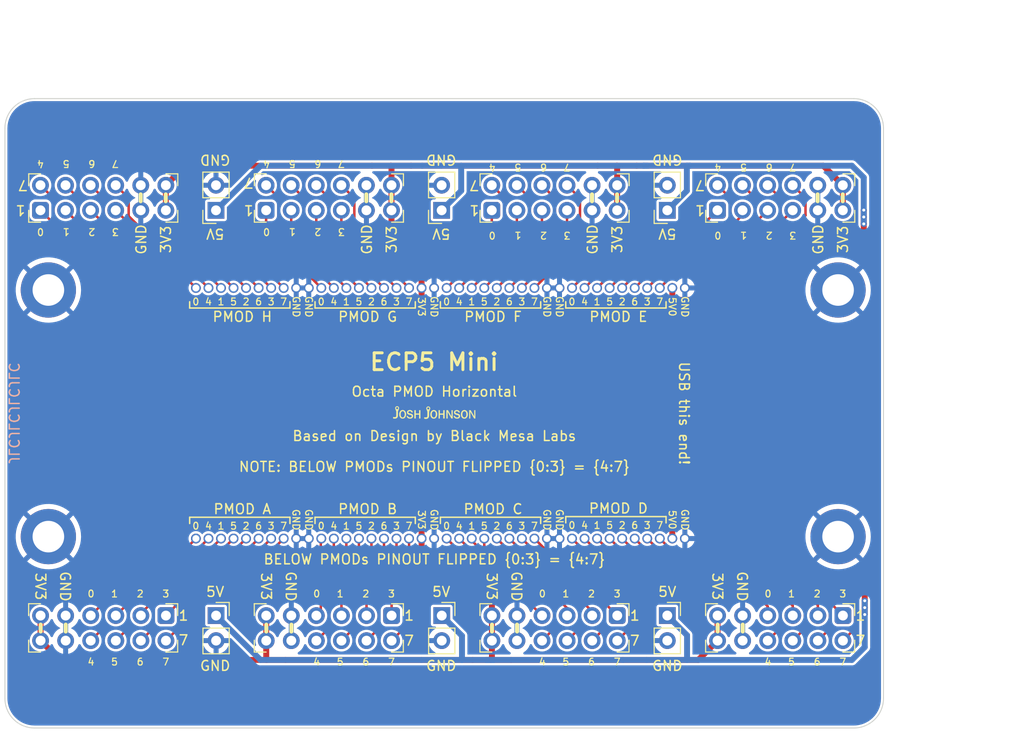
<source format=kicad_pcb>
(kicad_pcb (version 20200916) (generator pcbnew)
  (title_block (title "Quad PMOD") (date "2020-09-20") (rev "0.1") (company "Josh Johnson"))
  (layers (0 "F.Cu" signal) (31 "B.Cu" signal) (34 "B.Paste" user) (35 "F.Paste" user) (36 "B.SilkS" user) (37 "F.SilkS" user) (38 "B.Mask" user) (39 "F.Mask" user) (44 "Edge.Cuts" user))
  (net 0 "")
  (net 1 "/PORT_B0")
  (net 2 "/PORT_B4")
  (net 3 "/PORT_B1")
  (net 4 "/PORT_B5")
  (net 5 "/PORT_B2")
  (net 6 "/PORT_B6")
  (net 7 "/PORT_B3")
  (net 8 "/PORT_B7")
  (net 9 "/PORT_C0")
  (net 10 "/PORT_C4")
  (net 11 "/PORT_C1")
  (net 12 "/PORT_C5")
  (net 13 "/PORT_C2")
  (net 14 "/PORT_C6")
  (net 15 "/PORT_C3")
  (net 16 "/PORT_C7")
  (net 17 "/PORT_D0")
  (net 18 "/PORT_D4")
  (net 19 "/PORT_D1")
  (net 20 "/PORT_D5")
  (net 21 "/PORT_D2")
  (net 22 "/PORT_D6")
  (net 23 "/PORT_D3")
  (net 24 "/PORT_D7")
  (net 25 "/PORT_G0")
  (net 26 "/PORT_G4")
  (net 27 "/PORT_G1")
  (net 28 "/PORT_G5")
  (net 29 "/PORT_G2")
  (net 30 "/PORT_G6")
  (net 31 "/PORT_G3")
  (net 32 "/PORT_G7")
  (net 33 "/PORT_F0")
  (net 34 "/PORT_F4")
  (net 35 "/PORT_F1")
  (net 36 "/PORT_F5")
  (net 37 "/PORT_F2")
  (net 38 "/PORT_F6")
  (net 39 "/PORT_F3")
  (net 40 "/PORT_F7")
  (net 41 "/PORT_E0")
  (net 42 "GND")
  (net 43 "+5V")
  (net 44 "/PORT_E4")
  (net 45 "/PORT_E1")
  (net 46 "/PORT_E5")
  (net 47 "/PORT_E2")
  (net 48 "+3V3")
  (net 49 "/PORT_E6")
  (net 50 "/PORT_E3")
  (net 51 "/PORT_E7")
  (net 52 "/PORT_H7")
  (net 53 "/PORT_H3")
  (net 54 "/PORT_H6")
  (net 55 "/PORT_H2")
  (net 56 "/PORT_H5")
  (net 57 "/PORT_H1")
  (net 58 "/PORT_H4")
  (net 59 "/PORT_H0")
  (net 60 "/PORT_A0")
  (net 61 "/PORT_A4")
  (net 62 "/PORT_A1")
  (net 63 "/PORT_A5")
  (net 64 "/PORT_A2")
  (net 65 "/PORT_A6")
  (net 66 "/PORT_A3")
  (net 67 "/PORT_A7")
  (module "josh-connectors:ECP5-Mini-Edge-40x1.27" (layer "F.Cu") (at 117.348 80.264 90)
    (fp_text reference "J4" hide)
    (fp_text value "S7 Mini")
    (pad "1" thru_hole circle (at 1.27 0 90) (size 1 1) (drill 0.7) (layers *.Cu *.Mask) (net 59 "/PORT_H0") (clearance 0.25))
    (pad "2" thru_hole oval (at 1.27 1.27 90) (size 1 1) (drill 0.7) (layers *.Cu *.Mask) (net 58 "/PORT_H4") (clearance 0.25))
    (pad "3" thru_hole oval (at 1.27 2.54 90) (size 1 1) (drill 0.7) (layers *.Cu *.Mask) (net 57 "/PORT_H1") (clearance 0.25))
    (pad "4" thru_hole oval (at 1.27 3.81 90) (size 1 1) (drill 0.7) (layers *.Cu *.Mask) (net 56 "/PORT_H5") (clearance 0.25))
    (pad "5" thru_hole oval (at 1.27 5.08 90) (size 1 1) (drill 0.7) (layers *.Cu *.Mask) (net 55 "/PORT_H2") (clearance 0.25))
    (pad "6" thru_hole oval (at 1.27 6.35 90) (size 1 1) (drill 0.7) (layers *.Cu *.Mask) (net 54 "/PORT_H6") (clearance 0.25))
    (pad "7" thru_hole oval (at 1.27 7.62 90) (size 1 1) (drill 0.7) (layers *.Cu *.Mask) (net 53 "/PORT_H3") (clearance 0.25))
    (pad "8" thru_hole oval (at 1.27 8.89 90) (size 1 1) (drill 0.7) (layers *.Cu *.Mask) (net 52 "/PORT_H7") (clearance 0.25))
    (pad "9" thru_hole oval (at 1.27 10.16 90) (size 1 1) (drill 0.7) (layers *.Cu *.Mask) (net 42 "GND") (clearance 0.25))
    (pad "10" thru_hole oval (at 1.27 11.43 90) (size 1 1) (drill 0.7) (layers *.Cu *.Mask) (net 42 "GND") (clearance 0.25))
    (pad "11" thru_hole oval (at 1.27 12.7 90) (size 1 1) (drill 0.7) (layers *.Cu *.Mask) (net 25 "/PORT_G0") (clearance 0.25))
    (pad "12" thru_hole oval (at 1.27 13.97 90) (size 1 1) (drill 0.7) (layers *.Cu *.Mask) (net 26 "/PORT_G4") (clearance 0.25))
    (pad "13" thru_hole oval (at 1.27 15.24 90) (size 1 1) (drill 0.7) (layers *.Cu *.Mask) (net 27 "/PORT_G1") (clearance 0.25))
    (pad "14" thru_hole oval (at 1.27 16.51 90) (size 1 1) (drill 0.7) (layers *.Cu *.Mask) (net 28 "/PORT_G5") (clearance 0.25))
    (pad "15" thru_hole oval (at 1.27 17.78 90) (size 1 1) (drill 0.7) (layers *.Cu *.Mask) (net 29 "/PORT_G2") (clearance 0.25))
    (pad "16" thru_hole oval (at 1.27 19.05 90) (size 1 1) (drill 0.7) (layers *.Cu *.Mask) (net 30 "/PORT_G6") (clearance 0.25))
    (pad "17" thru_hole oval (at 1.27 20.32 90) (size 1 1) (drill 0.7) (layers *.Cu *.Mask) (net 31 "/PORT_G3") (clearance 0.25))
    (pad "18" thru_hole oval (at 1.27 21.59 90) (size 1 1) (drill 0.7) (layers *.Cu *.Mask) (net 32 "/PORT_G7"))
    (pad "19" thru_hole oval (at 1.27 22.86 90) (size 1 1) (drill 0.7) (layers *.Cu *.Mask) (net 48 "+3V3"))
    (pad "20" thru_hole oval (at 1.27 24.13 90) (size 1 1) (drill 0.7) (layers *.Cu *.Mask) (net 42 "GND"))
    (pad "21" thru_hole oval (at 1.27 25.4 90) (size 1 1) (drill 0.7) (layers *.Cu *.Mask) (net 33 "/PORT_F0") (clearance 0.25))
    (pad "22" thru_hole oval (at 1.27 26.67 90) (size 1 1) (drill 0.7) (layers *.Cu *.Mask) (net 34 "/PORT_F4") (clearance 0.25))
    (pad "23" thru_hole oval (at 1.27 27.94 90) (size 1 1) (drill 0.7) (layers *.Cu *.Mask) (net 35 "/PORT_F1") (clearance 0.25))
    (pad "24" thru_hole oval (at 1.27 29.21 90) (size 1 1) (drill 0.7) (layers *.Cu *.Mask) (net 36 "/PORT_F5") (clearance 0.25))
    (pad "25" thru_hole oval (at 1.27 30.48 90) (size 1 1) (drill 0.7) (layers *.Cu *.Mask) (net 37 "/PORT_F2"))
    (pad "26" thru_hole oval (at 1.27 31.75 90) (size 1 1) (drill 0.7) (layers *.Cu *.Mask) (net 38 "/PORT_F6"))
    (pad "27" thru_hole oval (at 1.27 33.02 90) (size 1 1) (drill 0.7) (layers *.Cu *.Mask) (net 39 "/PORT_F3") (clearance 0.25))
    (pad "28" thru_hole oval (at 1.27 34.29 90) (size 1 1) (drill 0.7) (layers *.Cu *.Mask) (net 40 "/PORT_F7"))
    (pad "29" thru_hole oval (at 1.27 35.56 90) (size 1 1) (drill 0.7) (layers *.Cu *.Mask) (net 42 "GND") (clearance 0.25))
    (pad "30" thru_hole oval (at 1.27 36.83 90) (size 1 1) (drill 0.7) (layers *.Cu *.Mask) (net 42 "GND") (clearance 0.25))
    (pad "31" thru_hole oval (at 1.27 38.1 90) (size 1 1) (drill 0.7) (layers *.Cu *.Mask) (net 41 "/PORT_E0"))
    (pad "32" thru_hole oval (at 1.27 39.37 90) (size 1 1) (drill 0.7) (layers *.Cu *.Mask) (net 44 "/PORT_E4") (clearance 0.25))
    (pad "33" thru_hole oval (at 1.27 40.64 90) (size 1 1) (drill 0.7) (layers *.Cu *.Mask) (net 45 "/PORT_E1") (clearance 0.25))
    (pad "34" thru_hole oval (at 1.27 41.91 90) (size 1 1) (drill 0.7) (layers *.Cu *.Mask) (net 46 "/PORT_E5") (clearance 0.25))
    (pad "35" thru_hole oval (at 1.27 43.18 90) (size 1 1) (drill 0.7) (layers *.Cu *.Mask) (net 47 "/PORT_E2") (clearance 0.25))
    (pad "36" thru_hole oval (at 1.27 44.45 90) (size 1 1) (drill 0.7) (layers *.Cu *.Mask) (net 49 "/PORT_E6"))
    (pad "37" thru_hole oval (at 1.27 45.72 90) (size 1 1) (drill 0.7) (layers *.Cu *.Mask) (net 50 "/PORT_E3") (clearance 0.25))
    (pad "38" thru_hole oval (at 1.27 46.99 90) (size 1 1) (drill 0.7) (layers *.Cu *.Mask) (net 51 "/PORT_E7"))
    (pad "39" thru_hole oval (at 1.27 48.26 90) (size 1 1) (drill 0.7) (layers *.Cu *.Mask) (net 43 "+5V"))
    (pad "40" thru_hole oval (at 1.27 49.53 90) (size 1 1) (drill 0.7) (layers *.Cu *.Mask) (net 42 "GND"))
  )
  (module "MountingHole:MountingHole_3.2mm_M3_DIN965_Pad" (layer "F.Cu") (at 182.4 104.2)
    (fp_text reference "M3" hide)
    (fp_text value "M3")
    (pad "1" thru_hole circle (at 0 0) (size 5.6 5.6) (drill 3.2) (layers *.Cu *.Mask) (net 42 "GND"))
  )
  (module "josh-connectors:PMOD_HOST" (layer "F.Cu") (at 182.88 112.2 -90)
    (fp_text reference "J9" hide)
    (fp_text value "PMOD")
    (fp_text user "1" (at 0.0064 -1.78844 unlocked) (layer "F.SilkS"))
    (fp_text user "7" (at 2.5464 -1.78844 unlocked) (layer "F.SilkS"))
    (fp_text user "GND" (at -2.95 10.2 -90 unlocked) (layer "F.SilkS"))
    (fp_text user "3V3" (at -2.95 12.7 -90 unlocked) (layer "F.SilkS"))
    (pad "1" thru_hole roundrect (at 0.0032 -0.01044 90) (size 1.7 1.7) (drill 1) (layers *.Cu *.Mask) (roundrect_rratio 0.2) (net 23 "/PORT_D3"))
    (pad "2" thru_hole oval (at 0.0032 2.52956 90) (size 1.7 1.7) (drill 1) (layers *.Cu *.Mask) (net 21 "/PORT_D2"))
    (pad "3" thru_hole oval (at 0.0032 5.06956 90) (size 1.7 1.7) (drill 1) (layers *.Cu *.Mask) (net 19 "/PORT_D1"))
    (pad "4" thru_hole oval (at 0.0032 7.60956 90) (size 1.7 1.7) (drill 1) (layers *.Cu *.Mask) (net 17 "/PORT_D0"))
    (pad "5" thru_hole oval (at 0.0032 10.14956 90) (size 1.7 1.7) (drill 1) (layers *.Cu *.Mask) (net 42 "GND"))
    (pad "6" thru_hole oval (at 0.0032 12.68956 90) (size 1.7 1.7) (drill 1) (layers *.Cu *.Mask) (net 48 "+3V3"))
    (pad "7" thru_hole oval (at 2.5432 -0.01044 90) (size 1.7 1.7) (drill 1) (layers *.Cu *.Mask) (net 24 "/PORT_D7"))
    (pad "8" thru_hole oval (at 2.5432 2.52956 90) (size 1.7 1.7) (drill 1) (layers *.Cu *.Mask) (net 22 "/PORT_D6"))
    (pad "9" thru_hole oval (at 2.5432 5.06956 90) (size 1.7 1.7) (drill 1) (layers *.Cu *.Mask) (net 20 "/PORT_D5"))
    (pad "10" thru_hole oval (at 2.5432 7.60956 90) (size 1.7 1.7) (drill 1) (layers *.Cu *.Mask) (net 18 "/PORT_D4"))
    (pad "11" thru_hole oval (at 2.5432 10.14956 90) (size 1.7 1.7) (drill 1) (layers *.Cu *.Mask) (net 42 "GND"))
    (pad "12" thru_hole oval (at 2.5432 12.68956 90) (size 1.7 1.7) (drill 1) (layers *.Cu *.Mask) (net 48 "+3V3"))
  )
  (module "Connector_PinSocket_2.54mm:PinSocket_1x02_P2.54mm_Vertical" (layer "F.Cu") (at 142.24 71.12 180)
    (fp_text reference "J13" hide)
    (fp_text value "PWR")
    (pad "1" thru_hole rect (at 0 0 180) (size 1.7 1.7) (drill 1) (layers *.Cu *.Mask) (net 43 "+5V"))
    (pad "2" thru_hole oval (at 0 2.54 180) (size 1.7 1.7) (drill 1) (layers *.Cu *.Mask) (net 42 "GND"))
  )
  (module "MountingHole:MountingHole_3.2mm_M3_DIN965_Pad" (layer "F.Cu") (at 102.4 79.2)
    (fp_text reference "M2" hide)
    (fp_text value "M3")
    (pad "1" thru_hole circle (at 0 0) (size 5.6 5.6) (drill 3.2) (layers *.Cu *.Mask) (net 42 "GND"))
  )
  (module "MountingHole:MountingHole_3.2mm_M3_DIN965_Pad" (layer "F.Cu") (at 102.4 104.2)
    (fp_text reference "M1" hide)
    (fp_text value "M3")
    (pad "1" thru_hole circle (at 0 0) (size 5.6 5.6) (drill 3.2) (layers *.Cu *.Mask) (net 42 "GND"))
  )
  (module "Connector_PinSocket_2.54mm:PinSocket_1x02_P2.54mm_Vertical" (layer "F.Cu") (at 142.25044 112.2032)
    (fp_text reference "J11" hide)
    (fp_text value "PWR")
    (pad "1" thru_hole rect (at 0 0) (size 1.7 1.7) (drill 1) (layers *.Cu *.Mask) (net 43 "+5V"))
    (pad "2" thru_hole oval (at 0 2.54) (size 1.7 1.7) (drill 1) (layers *.Cu *.Mask) (net 42 "GND"))
  )
  (module "josh-connectors:PMOD_HOST" (layer "F.Cu") (at 124.47044 71.1232 90)
    (fp_text reference "J7" hide)
    (fp_text value "PMOD")
    (fp_text user "7" (at 2.7972 -1.78844 180 unlocked) (layer "F.SilkS"))
    (fp_text user "3V3" (at -2.95 12.7 90 unlocked) (layer "F.SilkS"))
    (fp_text user "1" (at 0.0032 -1.78844 180 unlocked) (layer "F.SilkS"))
    (fp_text user "GND" (at -2.95 10.2 90 unlocked) (layer "F.SilkS"))
    (pad "1" thru_hole roundrect (at 0.0032 -0.01044 270) (size 1.7 1.7) (drill 1) (layers *.Cu *.Mask) (roundrect_rratio 0.2) (net 25 "/PORT_G0"))
    (pad "2" thru_hole oval (at 0.0032 2.52956 270) (size 1.7 1.7) (drill 1) (layers *.Cu *.Mask) (net 27 "/PORT_G1"))
    (pad "3" thru_hole oval (at 0.0032 5.06956 270) (size 1.7 1.7) (drill 1) (layers *.Cu *.Mask) (net 29 "/PORT_G2"))
    (pad "4" thru_hole oval (at 0.0032 7.60956 270) (size 1.7 1.7) (drill 1) (layers *.Cu *.Mask) (net 31 "/PORT_G3"))
    (pad "5" thru_hole oval (at 0.0032 10.14956 270) (size 1.7 1.7) (drill 1) (layers *.Cu *.Mask) (net 42 "GND"))
    (pad "6" thru_hole oval (at 0.0032 12.68956 270) (size 1.7 1.7) (drill 1) (layers *.Cu *.Mask) (net 48 "+3V3"))
    (pad "7" thru_hole oval (at 2.5432 -0.01044 270) (size 1.7 1.7) (drill 1) (layers *.Cu *.Mask) (net 26 "/PORT_G4"))
    (pad "8" thru_hole oval (at 2.5432 2.52956 270) (size 1.7 1.7) (drill 1) (layers *.Cu *.Mask) (net 28 "/PORT_G5"))
    (pad "9" thru_hole oval (at 2.5432 5.06956 270) (size 1.7 1.7) (drill 1) (layers *.Cu *.Mask) (net 30 "/PORT_G6"))
    (pad "10" thru_hole oval (at 2.5432 7.60956 270) (size 1.7 1.7) (drill 1) (layers *.Cu *.Mask) (net 32 "/PORT_G7"))
    (pad "11" thru_hole oval (at 2.5432 10.14956 270) (size 1.7 1.7) (drill 1) (layers *.Cu *.Mask) (net 42 "GND"))
    (pad "12" thru_hole oval (at 2.5432 12.68956 270) (size 1.7 1.7) (drill 1) (layers *.Cu *.Mask) (net 48 "+3V3"))
  )
  (module "josh-connectors:PMOD_HOST" (layer "F.Cu") (at 170.19044 71.1232 90)
    (fp_text reference "J15" hide)
    (fp_text value "PMOD")
    (fp_text user "3V3" (at -2.95 12.7 90 unlocked) (layer "F.SilkS"))
    (fp_text user "7" (at 2.5432 -1.78844 180 unlocked) (layer "F.SilkS"))
    (fp_text user "1" (at 0.0032 -1.78844 180 unlocked) (layer "F.SilkS"))
    (fp_text user "GND" (at -2.95 10.2 90 unlocked) (layer "F.SilkS"))
    (pad "1" thru_hole roundrect (at 0.0032 -0.01044 270) (size 1.7 1.7) (drill 1) (layers *.Cu *.Mask) (roundrect_rratio 0.2) (net 41 "/PORT_E0"))
    (pad "2" thru_hole oval (at 0.0032 2.52956 270) (size 1.7 1.7) (drill 1) (layers *.Cu *.Mask) (net 45 "/PORT_E1"))
    (pad "3" thru_hole oval (at 0.0032 5.06956 270) (size 1.7 1.7) (drill 1) (layers *.Cu *.Mask) (net 47 "/PORT_E2"))
    (pad "4" thru_hole oval (at 0.0032 7.60956 270) (size 1.7 1.7) (drill 1) (layers *.Cu *.Mask) (net 50 "/PORT_E3"))
    (pad "5" thru_hole oval (at 0.0032 10.14956 270) (size 1.7 1.7) (drill 1) (layers *.Cu *.Mask) (net 42 "GND"))
    (pad "6" thru_hole oval (at 0.0032 12.68956 270) (size 1.7 1.7) (drill 1) (layers *.Cu *.Mask) (net 48 "+3V3"))
    (pad "7" thru_hole oval (at 2.5432 -0.01044 270) (size 1.7 1.7) (drill 1) (layers *.Cu *.Mask) (net 44 "/PORT_E4"))
    (pad "8" thru_hole oval (at 2.5432 2.52956 270) (size 1.7 1.7) (drill 1) (layers *.Cu *.Mask) (net 46 "/PORT_E5"))
    (pad "9" thru_hole oval (at 2.5432 5.06956 270) (size 1.7 1.7) (drill 1) (layers *.Cu *.Mask) (net 49 "/PORT_E6"))
    (pad "10" thru_hole oval (at 2.5432 7.60956 270) (size 1.7 1.7) (drill 1) (layers *.Cu *.Mask) (net 51 "/PORT_E7"))
    (pad "11" thru_hole oval (at 2.5432 10.14956 270) (size 1.7 1.7) (drill 1) (layers *.Cu *.Mask) (net 42 "GND"))
    (pad "12" thru_hole oval (at 2.5432 12.68956 270) (size 1.7 1.7) (drill 1) (layers *.Cu *.Mask) (net 48 "+3V3"))
  )
  (module "Connector_PinSocket_2.54mm:PinSocket_1x02_P2.54mm_Vertical" (layer "F.Cu") (at 165.1 112.2)
    (fp_text reference "J12" hide)
    (fp_text value "PWR")
    (pad "1" thru_hole rect (at 0 0) (size 1.7 1.7) (drill 1) (layers *.Cu *.Mask) (net 43 "+5V"))
    (pad "2" thru_hole oval (at 0 2.54) (size 1.7 1.7) (drill 1) (layers *.Cu *.Mask) (net 42 "GND"))
  )
  (module "Connector_PinSocket_2.54mm:PinSocket_1x02_P2.54mm_Vertical" (layer "F.Cu") (at 119.39044 112.2032)
    (fp_text reference "J6" hide)
    (fp_text value "PWR")
    (pad "1" thru_hole rect (at 0 0) (size 1.7 1.7) (drill 1) (layers *.Cu *.Mask) (net 43 "+5V"))
    (pad "2" thru_hole oval (at 0 2.54) (size 1.7 1.7) (drill 1) (layers *.Cu *.Mask) (net 42 "GND"))
  )
  (module "josh-connectors:PMOD_HOST" (layer "F.Cu") (at 160.02 112.2 -90)
    (fp_text reference "J2" hide)
    (fp_text value "PMOD")
    (fp_text user "3V3" (at -2.95 12.7 -90 unlocked) (layer "F.SilkS"))
    (fp_text user "7" (at 2.5464 -1.78844 unlocked) (layer "F.SilkS"))
    (fp_text user "1" (at 0.0064 -1.78844 unlocked) (layer "F.SilkS"))
    (fp_text user "GND" (at -2.95 10.2 -90 unlocked) (layer "F.SilkS"))
    (pad "1" thru_hole roundrect (at 0.0032 -0.01044 90) (size 1.7 1.7) (drill 1) (layers *.Cu *.Mask) (roundrect_rratio 0.2) (net 15 "/PORT_C3"))
    (pad "2" thru_hole oval (at 0.0032 2.52956 90) (size 1.7 1.7) (drill 1) (layers *.Cu *.Mask) (net 13 "/PORT_C2"))
    (pad "3" thru_hole oval (at 0.0032 5.06956 90) (size 1.7 1.7) (drill 1) (layers *.Cu *.Mask) (net 11 "/PORT_C1"))
    (pad "4" thru_hole oval (at 0.0032 7.60956 90) (size 1.7 1.7) (drill 1) (layers *.Cu *.Mask) (net 9 "/PORT_C0"))
    (pad "5" thru_hole oval (at 0.0032 10.14956 90) (size 1.7 1.7) (drill 1) (layers *.Cu *.Mask) (net 42 "GND"))
    (pad "6" thru_hole oval (at 0.0032 12.68956 90) (size 1.7 1.7) (drill 1) (layers *.Cu *.Mask) (net 48 "+3V3"))
    (pad "7" thru_hole oval (at 2.5432 -0.01044 90) (size 1.7 1.7) (drill 1) (layers *.Cu *.Mask) (net 16 "/PORT_C7"))
    (pad "8" thru_hole oval (at 2.5432 2.52956 90) (size 1.7 1.7) (drill 1) (layers *.Cu *.Mask) (net 14 "/PORT_C6"))
    (pad "9" thru_hole oval (at 2.5432 5.06956 90) (size 1.7 1.7) (drill 1) (layers *.Cu *.Mask) (net 12 "/PORT_C5"))
    (pad "10" thru_hole oval (at 2.5432 7.60956 90) (size 1.7 1.7) (drill 1) (layers *.Cu *.Mask) (net 10 "/PORT_C4"))
    (pad "11" thru_hole oval (at 2.5432 10.14956 90) (size 1.7 1.7) (drill 1) (layers *.Cu *.Mask) (net 42 "GND"))
    (pad "12" thru_hole oval (at 2.5432 12.68956 90) (size 1.7 1.7) (drill 1) (layers *.Cu *.Mask) (net 48 "+3V3"))
  )
  (module "josh-connectors:PMOD_HOST" (layer "F.Cu") (at 147.33044 71.1232 90)
    (fp_text reference "J8" hide)
    (fp_text value "PMOD")
    (fp_text user "1" (at 0.0032 -1.78844 180 unlocked) (layer "F.SilkS"))
    (fp_text user "7" (at 2.5432 -1.78844 180 unlocked) (layer "F.SilkS"))
    (fp_text user "3V3" (at -2.95 12.7 90 unlocked) (layer "F.SilkS"))
    (fp_text user "GND" (at -2.95 10.2 90 unlocked) (layer "F.SilkS"))
    (pad "1" thru_hole roundrect (at 0.0032 -0.01044 270) (size 1.7 1.7) (drill 1) (layers *.Cu *.Mask) (roundrect_rratio 0.2) (net 33 "/PORT_F0"))
    (pad "2" thru_hole oval (at 0.0032 2.52956 270) (size 1.7 1.7) (drill 1) (layers *.Cu *.Mask) (net 35 "/PORT_F1"))
    (pad "3" thru_hole oval (at 0.0032 5.06956 270) (size 1.7 1.7) (drill 1) (layers *.Cu *.Mask) (net 37 "/PORT_F2"))
    (pad "4" thru_hole oval (at 0.0032 7.60956 270) (size 1.7 1.7) (drill 1) (layers *.Cu *.Mask) (net 39 "/PORT_F3"))
    (pad "5" thru_hole oval (at 0.0032 10.14956 270) (size 1.7 1.7) (drill 1) (layers *.Cu *.Mask) (net 42 "GND"))
    (pad "6" thru_hole oval (at 0.0032 12.68956 270) (size 1.7 1.7) (drill 1) (layers *.Cu *.Mask) (net 48 "+3V3"))
    (pad "7" thru_hole oval (at 2.5432 -0.01044 270) (size 1.7 1.7) (drill 1) (layers *.Cu *.Mask) (net 34 "/PORT_F4"))
    (pad "8" thru_hole oval (at 2.5432 2.52956 270) (size 1.7 1.7) (drill 1) (layers *.Cu *.Mask) (net 36 "/PORT_F5"))
    (pad "9" thru_hole oval (at 2.5432 5.06956 270) (size 1.7 1.7) (drill 1) (layers *.Cu *.Mask) (net 38 "/PORT_F6"))
    (pad "10" thru_hole oval (at 2.5432 7.60956 270) (size 1.7 1.7) (drill 1) (layers *.Cu *.Mask) (net 40 "/PORT_F7"))
    (pad "11" thru_hole oval (at 2.5432 10.14956 270) (size 1.7 1.7) (drill 1) (layers *.Cu *.Mask) (net 42 "GND"))
    (pad "12" thru_hole oval (at 2.5432 12.68956 270) (size 1.7 1.7) (drill 1) (layers *.Cu *.Mask) (net 48 "+3V3"))
  )
  (module "josh-logos:josh-johnson-logo-8_6x1_5" (layer "F.Cu") (at 141.5 91.6)
    (fp_text reference "LOGO1" hide)
    (fp_text value "Josh-Logo" hide)
  )
  (module "josh-connectors:PMOD_HOST" (layer "F.Cu") (at 137.16 112.2032 -90)
    (fp_text reference "J1" hide)
    (fp_text value "PMOD")
    (fp_text user "3V3" (at -2.95 12.7 -90 unlocked) (layer "F.SilkS"))
    (fp_text user "GND" (at -2.95 10.2 -90 unlocked) (layer "F.SilkS"))
    (fp_text user "1" (at 0.0032 -1.78844 unlocked) (layer "F.SilkS"))
    (fp_text user "7" (at 2.5432 -1.78844 unlocked) (layer "F.SilkS"))
    (pad "1" thru_hole roundrect (at 0.0032 -0.01044 90) (size 1.7 1.7) (drill 1) (layers *.Cu *.Mask) (roundrect_rratio 0.2) (net 7 "/PORT_B3"))
    (pad "2" thru_hole oval (at 0.0032 2.52956 90) (size 1.7 1.7) (drill 1) (layers *.Cu *.Mask) (net 5 "/PORT_B2"))
    (pad "3" thru_hole oval (at 0.0032 5.06956 90) (size 1.7 1.7) (drill 1) (layers *.Cu *.Mask) (net 3 "/PORT_B1"))
    (pad "4" thru_hole oval (at 0.0032 7.60956 90) (size 1.7 1.7) (drill 1) (layers *.Cu *.Mask) (net 1 "/PORT_B0"))
    (pad "5" thru_hole oval (at 0.0032 10.14956 90) (size 1.7 1.7) (drill 1) (layers *.Cu *.Mask) (net 42 "GND"))
    (pad "6" thru_hole oval (at 0.0032 12.68956 90) (size 1.7 1.7) (drill 1) (layers *.Cu *.Mask) (net 48 "+3V3"))
    (pad "7" thru_hole oval (at 2.5432 -0.01044 90) (size 1.7 1.7) (drill 1) (layers *.Cu *.Mask) (net 8 "/PORT_B7"))
    (pad "8" thru_hole oval (at 2.5432 2.52956 90) (size 1.7 1.7) (drill 1) (layers *.Cu *.Mask) (net 6 "/PORT_B6"))
    (pad "9" thru_hole oval (at 2.5432 5.06956 90) (size 1.7 1.7) (drill 1) (layers *.Cu *.Mask) (net 4 "/PORT_B5"))
    (pad "10" thru_hole oval (at 2.5432 7.60956 90) (size 1.7 1.7) (drill 1) (layers *.Cu *.Mask) (net 2 "/PORT_B4"))
    (pad "11" thru_hole oval (at 2.5432 10.14956 90) (size 1.7 1.7) (drill 1) (layers *.Cu *.Mask) (net 42 "GND"))
    (pad "12" thru_hole oval (at 2.5432 12.68956 90) (size 1.7 1.7) (drill 1) (layers *.Cu *.Mask) (net 48 "+3V3"))
  )
  (module "josh-connectors:PMOD_HOST" (layer "F.Cu") (at 114.3 112.2 -90)
    (fp_text reference "J10" hide)
    (fp_text value "PMOD")
    (fp_text user "1" (at 0.0064 -1.78844 unlocked) (layer "F.SilkS"))
    (fp_text user "7" (at 2.5 -1.78844 unlocked) (layer "F.SilkS"))
    (fp_text user "GND" (at -2.95 10.2 -90 unlocked) (layer "F.SilkS"))
    (fp_text user "3V3" (at -2.95 12.7 -90 unlocked) (layer "F.SilkS"))
    (pad "1" thru_hole roundrect (at 0.0032 -0.01044 90) (size 1.7 1.7) (drill 1) (layers *.Cu *.Mask) (roundrect_rratio 0.2) (net 66 "/PORT_A3"))
    (pad "2" thru_hole oval (at 0.0032 2.52956 90) (size 1.7 1.7) (drill 1) (layers *.Cu *.Mask) (net 64 "/PORT_A2"))
    (pad "3" thru_hole oval (at 0.0032 5.06956 90) (size 1.7 1.7) (drill 1) (layers *.Cu *.Mask) (net 62 "/PORT_A1"))
    (pad "4" thru_hole oval (at 0.0032 7.60956 90) (size 1.7 1.7) (drill 1) (layers *.Cu *.Mask) (net 60 "/PORT_A0"))
    (pad "5" thru_hole oval (at 0.0032 10.14956 90) (size 1.7 1.7) (drill 1) (layers *.Cu *.Mask) (net 42 "GND"))
    (pad "6" thru_hole oval (at 0.0032 12.68956 90) (size 1.7 1.7) (drill 1) (layers *.Cu *.Mask) (net 48 "+3V3"))
    (pad "7" thru_hole oval (at 2.5432 -0.01044 90) (size 1.7 1.7) (drill 1) (layers *.Cu *.Mask) (net 67 "/PORT_A7"))
    (pad "8" thru_hole oval (at 2.5432 2.52956 90) (size 1.7 1.7) (drill 1) (layers *.Cu *.Mask) (net 65 "/PORT_A6"))
    (pad "9" thru_hole oval (at 2.5432 5.06956 90) (size 1.7 1.7) (drill 1) (layers *.Cu *.Mask) (net 63 "/PORT_A5"))
    (pad "10" thru_hole oval (at 2.5432 7.60956 90) (size 1.7 1.7) (drill 1) (layers *.Cu *.Mask) (net 61 "/PORT_A4"))
    (pad "11" thru_hole oval (at 2.5432 10.14956 90) (size 1.7 1.7) (drill 1) (layers *.Cu *.Mask) (net 42 "GND"))
    (pad "12" thru_hole oval (at 2.5432 12.68956 90) (size 1.7 1.7) (drill 1) (layers *.Cu *.Mask) (net 48 "+3V3"))
  )
  (module "MountingHole:MountingHole_3.2mm_M3_DIN965_Pad" (layer "F.Cu") (at 182.4 79.2)
    (fp_text reference "M4" hide)
    (fp_text value "M3")
    (pad "1" thru_hole circle (at 0 0) (size 5.6 5.6) (drill 3.2) (layers *.Cu *.Mask) (net 42 "GND"))
  )
  (module "josh-connectors:PMOD_HOST" (layer "F.Cu") (at 101.61044 71.1232 90)
    (fp_text reference "J16" hide)
    (fp_text value "PMOD")
    (fp_text user "1" (at 0.0032 -2.04244 180 unlocked) (layer "F.SilkS"))
    (fp_text user "7" (at 2.5432 -1.78844 180 unlocked) (layer "F.SilkS"))
    (fp_text user "GND" (at -2.95 10.2 90 unlocked) (layer "F.SilkS"))
    (fp_text user "3V3" (at -2.95 12.7 90 unlocked) (layer "F.SilkS"))
    (pad "1" thru_hole roundrect (at 0.0032 -0.01044 270) (size 1.7 1.7) (drill 1) (layers *.Cu *.Mask) (roundrect_rratio 0.2) (net 59 "/PORT_H0"))
    (pad "2" thru_hole oval (at 0.0032 2.52956 270) (size 1.7 1.7) (drill 1) (layers *.Cu *.Mask) (net 57 "/PORT_H1"))
    (pad "3" thru_hole oval (at 0.0032 5.06956 270) (size 1.7 1.7) (drill 1) (layers *.Cu *.Mask) (net 55 "/PORT_H2"))
    (pad "4" thru_hole oval (at 0.0032 7.60956 270) (size 1.7 1.7) (drill 1) (layers *.Cu *.Mask) (net 53 "/PORT_H3"))
    (pad "5" thru_hole oval (at 0.0032 10.14956 270) (size 1.7 1.7) (drill 1) (layers *.Cu *.Mask) (net 42 "GND"))
    (pad "6" thru_hole oval (at 0.0032 12.68956 270) (size 1.7 1.7) (drill 1) (layers *.Cu *.Mask) (net 48 "+3V3"))
    (pad "7" thru_hole oval (at 2.5432 -0.01044 270) (size 1.7 1.7) (drill 1) (layers *.Cu *.Mask) (net 58 "/PORT_H4"))
    (pad "8" thru_hole oval (at 2.5432 2.52956 270) (size 1.7 1.7) (drill 1) (layers *.Cu *.Mask) (net 56 "/PORT_H5"))
    (pad "9" thru_hole oval (at 2.5432 5.06956 270) (size 1.7 1.7) (drill 1) (layers *.Cu *.Mask) (net 54 "/PORT_H6"))
    (pad "10" thru_hole oval (at 2.5432 7.60956 270) (size 1.7 1.7) (drill 1) (layers *.Cu *.Mask) (net 52 "/PORT_H7"))
    (pad "11" thru_hole oval (at 2.5432 10.14956 270) (size 1.7 1.7) (drill 1) (layers *.Cu *.Mask) (net 42 "GND"))
    (pad "12" thru_hole oval (at 2.5432 12.68956 270) (size 1.7 1.7) (drill 1) (layers *.Cu *.Mask) (net 48 "+3V3"))
  )
  (module "Connector_PinSocket_2.54mm:PinSocket_1x02_P2.54mm_Vertical" (layer "F.Cu") (at 165.1 71.12 180)
    (fp_text reference "J14" hide)
    (fp_text value "PWR")
    (pad "1" thru_hole rect (at 0 0 180) (size 1.7 1.7) (drill 1) (layers *.Cu *.Mask) (net 43 "+5V"))
    (pad "2" thru_hole oval (at 0 2.54 180) (size 1.7 1.7) (drill 1) (layers *.Cu *.Mask) (net 42 "GND"))
  )
  (module "Connector_PinSocket_2.54mm:PinSocket_1x02_P2.54mm_Vertical" (layer "F.Cu") (at 119.38 71.12 180)
    (fp_text reference "J5" hide)
    (fp_text value "PWR")
    (pad "1" thru_hole rect (at 0 0 180) (size 1.7 1.7) (drill 1) (layers *.Cu *.Mask) (net 43 "+5V"))
    (pad "2" thru_hole oval (at 0 2.54 180) (size 1.7 1.7) (drill 1) (layers *.Cu *.Mask) (net 42 "GND"))
  )
  (module "josh-connectors:ECP5-Mini-Edge-40x1.27" (layer "B.Cu") (at 117.348 103.124 -90)
    (fp_text reference "J3" hide)
    (fp_text value "S7 Mini")
    (pad "1" thru_hole circle (at 1.27 0 270) (size 1 1) (drill 0.7) (layers *.Cu *.Mask) (net 60 "/PORT_A0") (clearance 0.25))
    (pad "2" thru_hole oval (at 1.27 -1.27 270) (size 1 1) (drill 0.7) (layers *.Cu *.Mask) (net 61 "/PORT_A4") (clearance 0.25))
    (pad "3" thru_hole oval (at 1.27 -2.54 270) (size 1 1) (drill 0.7) (layers *.Cu *.Mask) (net 62 "/PORT_A1") (clearance 0.25))
    (pad "4" thru_hole oval (at 1.27 -3.81 270) (size 1 1) (drill 0.7) (layers *.Cu *.Mask) (net 63 "/PORT_A5") (clearance 0.25))
    (pad "5" thru_hole oval (at 1.27 -5.08 270) (size 1 1) (drill 0.7) (layers *.Cu *.Mask) (net 64 "/PORT_A2") (clearance 0.25))
    (pad "6" thru_hole oval (at 1.27 -6.35 270) (size 1 1) (drill 0.7) (layers *.Cu *.Mask) (net 65 "/PORT_A6") (clearance 0.25))
    (pad "7" thru_hole oval (at 1.27 -7.62 270) (size 1 1) (drill 0.7) (layers *.Cu *.Mask) (net 66 "/PORT_A3") (clearance 0.25))
    (pad "8" thru_hole oval (at 1.27 -8.89 270) (size 1 1) (drill 0.7) (layers *.Cu *.Mask) (net 67 "/PORT_A7") (clearance 0.25))
    (pad "9" thru_hole oval (at 1.27 -10.16 270) (size 1 1) (drill 0.7) (layers *.Cu *.Mask) (net 42 "GND") (clearance 0.25))
    (pad "10" thru_hole oval (at 1.27 -11.43 270) (size 1 1) (drill 0.7) (layers *.Cu *.Mask) (net 42 "GND") (clearance 0.25))
    (pad "11" thru_hole oval (at 1.27 -12.7 270) (size 1 1) (drill 0.7) (layers *.Cu *.Mask) (net 1 "/PORT_B0") (clearance 0.25))
    (pad "12" thru_hole oval (at 1.27 -13.97 270) (size 1 1) (drill 0.7) (layers *.Cu *.Mask) (net 2 "/PORT_B4") (clearance 0.25))
    (pad "13" thru_hole oval (at 1.27 -15.24 270) (size 1 1) (drill 0.7) (layers *.Cu *.Mask) (net 3 "/PORT_B1") (clearance 0.25))
    (pad "14" thru_hole oval (at 1.27 -16.51 270) (size 1 1) (drill 0.7) (layers *.Cu *.Mask) (net 4 "/PORT_B5") (clearance 0.25))
    (pad "15" thru_hole oval (at 1.27 -17.78 270) (size 1 1) (drill 0.7) (layers *.Cu *.Mask) (net 5 "/PORT_B2") (clearance 0.25))
    (pad "16" thru_hole oval (at 1.27 -19.05 270) (size 1 1) (drill 0.7) (layers *.Cu *.Mask) (net 6 "/PORT_B6") (clearance 0.25))
    (pad "17" thru_hole oval (at 1.27 -20.32 270) (size 1 1) (drill 0.7) (layers *.Cu *.Mask) (net 7 "/PORT_B3") (clearance 0.25))
    (pad "18" thru_hole oval (at 1.27 -21.59 270) (size 1 1) (drill 0.7) (layers *.Cu *.Mask) (net 8 "/PORT_B7"))
    (pad "19" thru_hole oval (at 1.27 -22.86 270) (size 1 1) (drill 0.7) (layers *.Cu *.Mask) (net 48 "+3V3"))
    (pad "20" thru_hole oval (at 1.27 -24.13 270) (size 1 1) (drill 0.7) (layers *.Cu *.Mask) (net 42 "GND"))
    (pad "21" thru_hole oval (at 1.27 -25.4 270) (size 1 1) (drill 0.7) (layers *.Cu *.Mask) (net 9 "/PORT_C0") (clearance 0.25))
    (pad "22" thru_hole oval (at 1.27 -26.67 270) (size 1 1) (drill 0.7) (layers *.Cu *.Mask) (net 10 "/PORT_C4") (clearance 0.25))
    (pad "23" thru_hole oval (at 1.27 -27.94 270) (size 1 1) (drill 0.7) (layers *.Cu *.Mask) (net 11 "/PORT_C1") (clearance 0.25))
    (pad "24" thru_hole oval (at 1.27 -29.21 270) (size 1 1) (drill 0.7) (layers *.Cu *.Mask) (net 12 "/PORT_C5") (clearance 0.25))
    (pad "25" thru_hole oval (at 1.27 -30.48 270) (size 1 1) (drill 0.7) (layers *.Cu *.Mask) (net 13 "/PORT_C2"))
    (pad "26" thru_hole oval (at 1.27 -31.75 270) (size 1 1) (drill 0.7) (layers *.Cu *.Mask) (net 14 "/PORT_C6"))
    (pad "27" thru_hole oval (at 1.27 -33.02 270) (size 1 1) (drill 0.7) (layers *.Cu *.Mask) (net 15 "/PORT_C3") (clearance 0.25))
    (pad "28" thru_hole oval (at 1.27 -34.29 270) (size 1 1) (drill 0.7) (layers *.Cu *.Mask) (net 16 "/PORT_C7"))
    (pad "29" thru_hole oval (at 1.27 -35.56 270) (size 1 1) (drill 0.7) (layers *.Cu *.Mask) (net 42 "GND") (clearance 0.25))
    (pad "30" thru_hole oval (at 1.27 -36.83 270) (size 1 1) (drill 0.7) (layers *.Cu *.Mask) (net 42 "GND") (clearance 0.25))
    (pad "31" thru_hole oval (at 1.27 -38.1 270) (size 1 1) (drill 0.7) (layers *.Cu *.Mask) (net 17 "/PORT_D0"))
    (pad "32" thru_hole oval (at 1.27 -39.37 270) (size 1 1) (drill 0.7) (layers *.Cu *.Mask) (net 18 "/PORT_D4") (clearance 0.25))
    (pad "33" thru_hole oval (at 1.27 -40.64 270) (size 1 1) (drill 0.7) (layers *.Cu *.Mask) (net 19 "/PORT_D1") (clearance 0.25))
    (pad "34" thru_hole oval (at 1.27 -41.91 270) (size 1 1) (drill 0.7) (layers *.Cu *.Mask) (net 20 "/PORT_D5") (clearance 0.25))
    (pad "35" thru_hole oval (at 1.27 -43.18 270) (size 1 1) (drill 0.7) (layers *.Cu *.Mask) (net 21 "/PORT_D2") (clearance 0.25))
    (pad "36" thru_hole oval (at 1.27 -44.45 270) (size 1 1) (drill 0.7) (layers *.Cu *.Mask) (net 22 "/PORT_D6"))
    (pad "37" thru_hole oval (at 1.27 -45.72 270) (size 1 1) (drill 0.7) (layers *.Cu *.Mask) (net 23 "/PORT_D3") (clearance 0.25))
    (pad "38" thru_hole oval (at 1.27 -46.99 270) (size 1 1) (drill 0.7) (layers *.Cu *.Mask) (net 24 "/PORT_D7"))
    (pad "39" thru_hole oval (at 1.27 -48.26 270) (size 1 1) (drill 0.7) (layers *.Cu *.Mask) (net 43 "+5V"))
    (pad "40" thru_hole oval (at 1.27 -49.53 270) (size 1 1) (drill 0.7) (layers *.Cu *.Mask) (net 42 "GND"))
  )
  (gr_line (start 139.573 102.87) (end 139.573 102.235) (layer "F.SilkS") (width 0.15))
  (gr_line (start 152.273 102.235) (end 142.113 102.235) (layer "F.SilkS") (width 0.15))
  (gr_line (start 126.873 102.235) (end 116.713 102.235) (layer "F.SilkS") (width 0.15))
  (gr_line (start 154.813 80.391) (end 154.813 81.026) (layer "F.SilkS") (width 0.15))
  (gr_line (start 129.413 102.235) (end 129.413 102.87) (layer "F.SilkS") (width 0.15))
  (gr_line (start 164.973 102.8065) (end 164.973 102.1715) (layer "F.SilkS") (width 0.15))
  (gr_line (start 139.573 81.026) (end 139.573 80.391) (layer "F.SilkS") (width 0.15))
  (gr_line (start 116.713 81.026) (end 126.873 81.026) (layer "F.SilkS") (width 0.15))
  (gr_line (start 152.273 81.026) (end 152.273 80.391) (layer "F.SilkS") (width 0.15))
  (gr_line (start 142.113 80.391) (end 142.113 81.026) (layer "F.SilkS") (width 0.15))
  (gr_line (start 142.113 81.026) (end 152.273 81.026) (layer "F.SilkS") (width 0.15))
  (gr_line (start 129.413 80.391) (end 129.413 81.026) (layer "F.SilkS") (width 0.15))
  (gr_line (start 116.713 102.235) (end 116.713 102.87) (layer "F.SilkS") (width 0.15))
  (gr_line (start 164.973 102.1715) (end 154.813 102.1715) (layer "F.SilkS") (width 0.15))
  (gr_line (start 126.873 102.87) (end 126.873 102.235) (layer "F.SilkS") (width 0.15))
  (gr_line (start 139.573 102.235) (end 129.413 102.235) (layer "F.SilkS") (width 0.15))
  (gr_line (start 164.973 81.026) (end 164.973 80.391) (layer "F.SilkS") (width 0.15))
  (gr_line (start 154.813 102.1715) (end 154.813 102.8065) (layer "F.SilkS") (width 0.15))
  (gr_line (start 116.713 80.391) (end 116.713 81.026) (layer "F.SilkS") (width 0.15))
  (gr_line (start 154.813 81.026) (end 164.973 81.026) (layer "F.SilkS") (width 0.15))
  (gr_line (start 142.113 102.235) (end 142.113 102.87) (layer "F.SilkS") (width 0.15))
  (gr_line (start 152.273 102.87) (end 152.273 102.235) (layer "F.SilkS") (width 0.15))
  (gr_line (start 129.413 81.026) (end 139.573 81.026) (layer "F.SilkS") (width 0.15))
  (gr_line (start 126.873 81.026) (end 126.873 80.391) (layer "F.SilkS") (width 0.15))
  (gr_line (start 187 120.6) (end 187 62.8) (layer "Edge.Cuts") (width 0.1))
  (gr_line (start 98 120.6) (end 98 62.8) (layer "Edge.Cuts") (width 0.1))
  (gr_arc (start 101 62.8) (end 101 59.8) (angle -90) (layer "Edge.Cuts") (width 0.1))
  (gr_arc (start 184 120.6) (end 184 123.6) (angle -90) (layer "Edge.Cuts") (width 0.1))
  (gr_arc (start 101 120.6) (end 98 120.6) (angle -90) (layer "Edge.Cuts") (width 0.1))
  (gr_line (start 101 59.8) (end 184 59.8) (layer "Edge.Cuts") (width 0.1))
  (gr_line (start 184 123.6) (end 101 123.6) (layer "Edge.Cuts") (width 0.1))
  (gr_arc (start 184 62.8) (end 187 62.8) (angle -90) (layer "Edge.Cuts") (width 0.1))
  (gr_text "JLCJLCJLCJLC" (at 98.9 91.7 270) (layer "B.SilkS") (effects (font (size 1 1)) (justify mirror)))
  (gr_text "4" (at 101.61044 66.4 180) (layer "F.SilkS") (effects (font (size 0.7 0.7) (thickness 0.12))))
  (gr_text "5" (at 146.558 80.391) (layer "F.SilkS") (effects (font (size 0.7 0.7) (thickness 0.12))))
  (gr_text "0" (at 175.3 110) (layer "F.SilkS") (effects (font (size 0.7 0.7) (thickness 0.12))))
  (gr_text "7" (at 151.638 103.124) (layer "F.SilkS") (effects (font (size 0.7 0.7) (thickness 0.12))))
  (gr_text "5" (at 109.1 116.9) (layer "F.SilkS") (effects (font (size 0.7 0.7) (thickness 0.12))))
  (gr_text "PMOD A" (at 122.047 101.4095) (layer "F.SilkS") (effects (font (size 1 1))))
  (gr_text "4" (at 170.23044 66.76 180) (layer "F.SilkS") (effects (font (size 0.7 0.7) (thickness 0.12))))
  (gr_text "ECP5 Mini" (at 141.478 86.5) (layer "F.SilkS") (effects (font (size 1.7 1.7) (thickness 0.3))))
  (gr_text "GND" (at 166.878 102.489 270) (layer "F.SilkS") (effects (font (size 0.7 0.7) (thickness 0.12))))
  (gr_text "7" (at 138.938 80.391) (layer "F.SilkS") (effects (font (size 0.7 0.7) (thickness 0.12))))
  (gr_text "3" (at 182.88 110) (layer "F.SilkS") (effects (font (size 0.7 0.7) (thickness 0.12))))
  (gr_text "3V3" (at 140.208 102.489 270) (layer "F.SilkS") (effects (font (size 0.7 0.7) (thickness 0.12))))
  (gr_text "PMOD B" (at 134.747 101.4095) (layer "F.SilkS") (effects (font (size 1 1))))
  (gr_text "GND" (at 152.908 80.899 270) (layer "F.SilkS") (effects (font (size 0.7 0.7) (thickness 0.12))))
  (gr_text "0" (at 147.36 73.66 180) (layer "F.SilkS") (effects (font (size 0.7 0.7) (thickness 0.12))))
  (gr_text "5V" (at 119.3 73.5 180) (layer "F.SilkS") (effects (font (size 1 1))))
  (gr_text "5" (at 159.258 103.0605) (layer "F.SilkS") (effects (font (size 0.7 0.7) (thickness 0.12))))
  (gr_text "2" (at 147.828 103.124) (layer "F.SilkS") (effects (font (size 0.7 0.7) (thickness 0.12))))
  (gr_text "1" (at 131.96 110) (layer "F.SilkS") (effects (font (size 0.7 0.7) (thickness 0.12))))
  (gr_text "7" (at 177.8 66.76 180) (layer "F.SilkS") (effects (font (size 0.7 0.7) (thickness 0.12))))
  (gr_text "1" (at 132.588 80.391) (layer "F.SilkS") (effects (font (size 0.7 0.7) (thickness 0.12))))
  (gr_text "4" (at 156.718 80.391) (layer "F.SilkS") (effects (font (size 0.7 0.7) (thickness 0.12))))
  (gr_text "2" (at 106.8 73.3 180) (layer "F.SilkS") (effects (font (size 0.7 0.7) (thickness 0.12))))
  (gr_text "USB this end!" (at 166.8 91.7 270) (layer "F.SilkS") (effects (font (size 1 1))))
  (gr_text "2" (at 129.7 73.3 180) (layer "F.SilkS") (effects (font (size 0.7 0.7) (thickness 0.12))))
  (gr_text "4" (at 131.318 103.124) (layer "F.SilkS") (effects (font (size 0.7 0.7) (thickness 0.12))))
  (gr_text "3" (at 137.668 103.124) (layer "F.SilkS") (effects (font (size 0.7 0.7) (thickness 0.12))))
  (gr_text "1" (at 177.68 110) (layer "F.SilkS") (effects (font (size 0.7 0.7) (thickness 0.12))))
  (gr_text "PMOD H" (at 122.047 81.915) (layer "F.SilkS") (effects (font (size 1 1))))
  (gr_text "3" (at 124.968 80.391) (layer "F.SilkS") (effects (font (size 0.7 0.7) (thickness 0.12))))
  (gr_text "2" (at 111.7 110) (layer "F.SilkS") (effects (font (size 0.7 0.7) (thickness 0.12))))
  (gr_text "0" (at 117.338 80.391) (layer "F.SilkS") (effects (font (size 0.7 0.7) (thickness 0.12))))
  (gr_text "5V" (at 142.2 73.5 180) (layer "F.SilkS") (effects (font (size 1 1))))
  (gr_text "6" (at 106.8 66.4 180) (layer "F.SilkS") (effects (font (size 0.7 0.7) (thickness 0.12))))
  (gr_text "GND" (at 127.488 102.489 270) (layer "F.SilkS") (effects (font (size 0.7 0.7) (thickness 0.12))))
  (gr_text "3" (at 154.94 73.66 180) (layer "F.SilkS") (effects (font (size 0.7 0.7) (thickness 0.12))))
  (gr_text "2" (at 160.528 80.391) (layer "F.SilkS") (effects (font (size 0.7 0.7) (thickness 0.12))))
  (gr_text "1" (at 119.888 80.391) (layer "F.SilkS") (effects (font (size 0.7 0.7) (thickness 0.12))))
  (gr_text "PMOD C" (at 147.447 101.4095) (layer "F.SilkS") (effects (font (size 1 1))))
  (gr_text "1" (at 172.82 73.66 180) (layer "F.SilkS") (effects (font (size 0.7 0.7) (thickness 0.12))))
  (gr_text "0" (at 130.038 80.391) (layer "F.SilkS") (effects (font (size 0.7 0.7) (thickness 0.12))))
  (gr_text "GND" (at 128.778 80.899 270) (layer "F.SilkS") (effects (font (size 0.7 0.7) (thickness 0.12))))
  (gr_text "3" (at 137.16 110) (layer "F.SilkS") (effects (font (size 0.7 0.7) (thickness 0.12))))
  (gr_text "0" (at 155.438 103.0605) (layer "F.SilkS") (effects (font (size 0.7 0.7) (thickness 0.12))))
  (gr_text "3" (at 160.02 110) (layer "F.SilkS") (effects (font (size 0.7 0.7) (thickness 0.12))))
  (gr_text "2" (at 175.42 73.66 180) (layer "F.SilkS") (effects (font (size 0.7 0.7) (thickness 0.12))))
  (gr_text "GND" (at 165.1 66 180) (layer "F.SilkS") (effects (font (size 1 1))))
  (gr_text "4" (at 147.37044 66.76 180) (layer "F.SilkS") (effects (font (size 0.7 0.7) (thickness 0.12))))
  (gr_text "0" (at 170.22 73.66 180) (layer "F.SilkS") (effects (font (size 0.7 0.7) (thickness 0.12))))
  (gr_text "5V" (at 142.2 109.8) (layer "F.SilkS") (effects (font (size 1 1))))
  (gr_text "5" (at 154.82 116.9) (layer "F.SilkS") (effects (font (size 0.7 0.7) (thickness 0.12))))
  (gr_text "GND" (at 166.878 80.899 270) (layer "F.SilkS") (effects (font (size 0.7 0.7) (thickness 0.12))))
  (gr_text "5V" (at 165.1 109.8) (layer "F.SilkS") (effects (font (size 1 1))))
  (gr_text "6" (at 152.56 66.76 180) (layer "F.SilkS") (effects (font (size 0.7 0.7) (thickness 0.12))))
  (gr_text "2" (at 135.128 80.391) (layer "F.SilkS") (effects (font (size 0.7 0.7) (thickness 0.12))))
  (gr_text "4" (at 156.718 103.0605) (layer "F.SilkS") (effects (font (size 0.7 0.7) (thickness 0.12))))
  (gr_text "5" (at 104.2 66.4 180) (layer "F.SilkS") (effects (font (size 0.7 0.7) (thickness 0.12))))
  (gr_text "3" (at 109.18 73.3 180) (layer "F.SilkS") (effects (font (size 0.7 0.7) (thickness 0.12))))
  (gr_text "5" (at 133.858 80.391) (layer "F.SilkS") (effects (font (size 0.7 0.7) (thickness 0.12))))
  (gr_text "7" (at 160.02 116.9) (layer "F.SilkS") (effects (font (size 0.7 0.7) (thickness 0.12))))
  (gr_text "4" (at 118.618 103.124) (layer "F.SilkS") (effects (font (size 0.7 0.7) (thickness 0.12))))
  (gr_text "7" (at 137.16 116.9) (layer "F.SilkS") (effects (font (size 0.7 0.7) (thickness 0.12))))
  (gr_text "5" (at 121.158 80.391) (layer "F.SilkS") (effects (font (size 0.7 0.7) (thickness 0.12))))
  (gr_text "2" (at 135.128 103.124) (layer "F.SilkS") (effects (font (size 0.7 0.7) (thickness 0.12))))
  (gr_text "5" (at 131.96 116.9) (layer "F.SilkS") (effects (font (size 0.7 0.7) (thickness 0.12))))
  (gr_text "3" (at 150.368 80.391) (layer "F.SilkS") (effects (font (size 0.7 0.7) (thickness 0.12))))
  (gr_text "4" (at 118.618 80.391) (layer "F.SilkS") (effects (font (size 0.7 0.7) (thickness 0.12))))
  (gr_text "3" (at 177.8 73.66 180) (layer "F.SilkS") (effects (font (size 0.7 0.7) (thickness 0.12))))
  (gr_text "5" (at 127.1 66.4 180) (layer "F.SilkS") (effects (font (size 0.7 0.7) (thickness 0.12))))
  (gr_text "0" (at 142.738 103.124) (layer "F.SilkS") (effects (font (size 0.7 0.7) (thickness 0.12))))
  (gr_text "6" (at 180.28 116.9) (layer "F.SilkS") (effects (font (size 0.7 0.7) (thickness 0.12))))
  (gr_text "7" (at 138.938 103.124) (layer "F.SilkS") (effects (font (size 0.7 0.7) (thickness 0.12))))
  (gr_text "1" (at 132.588 103.124) (layer "F.SilkS") (effects (font (size 0.7 0.7) (thickness 0.12))))
  (gr_text "1" (at 154.82 110) (layer "F.SilkS") (effects (font (size 0.7 0.7) (thickness 0.12))))
  (gr_text "5" (at 177.68 116.9) (layer "F.SilkS") (effects (font (size 0.7 0.7) (thickness 0.12))))
  (gr_text "5" (at 159.258 80.391) (layer "F.SilkS") (effects (font (size 0.7 0.7) (thickness 0.12))))
  (gr_text "1" (at 149.96 73.66 180) (layer "F.SilkS") (effects (font (size 0.7 0.7) (thickness 0.12))))
  (gr_text "6" (at 136.398 80.391) (layer "F.SilkS") (effects (font (size 0.7 0.7) (thickness 0.12))))
  (gr_text "5" (at 146.558 103.124) (layer "F.SilkS") (effects (font (size 0.7 0.7) (thickness 0.12))))
  (gr_text "GND" (at 141.478 80.899 270) (layer "F.SilkS") (effects (font (size 0.7 0.7) (thickness 0.12))))
  (gr_text "3" (at 124.968 103.124) (layer "F.SilkS") (effects (font (size 0.7 0.7) (thickness 0.12))))
  (gr_text "7" (at 132.08 66.4 180) (layer "F.SilkS") (effects (font (size 0.7 0.7) (thickness 0.12))))
  (gr_text "1" (at 157.988 103.0605) (layer "F.SilkS") (effects (font (size 0.7 0.7) (thickness 0.12))))
  (gr_text "4" (at 152.44 116.9) (layer "F.SilkS") (effects (font (size 0.7 0.7) (thickness 0.12))))
  (gr_text "6" (at 157.42 116.9) (layer "F.SilkS") (effects (font (size 0.7 0.7) (thickness 0.12))))
  (gr_text "4" (at 144.018 103.124) (layer "F.SilkS") (effects (font (size 0.7 0.7) (thickness 0.12))))
  (gr_text "6" (at 134.56 116.9) (layer "F.SilkS") (effects (font (size 0.7 0.7) (thickness 0.12))))
  (gr_text "1" (at 157.988 80.391) (layer "F.SilkS") (effects (font (size 0.7 0.7) (thickness 0.12))))
  (gr_text "5V0" (at 165.608 102.489 270) (layer "F.SilkS") (effects (font (size 0.7 0.7) (thickness 0.12))))
  (gr_text "GND" (at 127.508 80.899 270) (layer "F.SilkS") (effects (font (size 0.7 0.7) (thickness 0.12))))
  (gr_text "PMOD E" (at 160.147 81.915) (layer "F.SilkS") (effects (font (size 1 1))))
  (gr_text "5" (at 133.858 103.124) (layer "F.SilkS") (effects (font (size 0.7 0.7) (thickness 0.12))))
  (gr_text "6" (at 161.798 103.0605) (layer "F.SilkS") (effects (font (size 0.7 0.7) (thickness 0.12))))
  (gr_text "7" (at 151.638 80.391) (layer "F.SilkS") (effects (font (size 0.7 0.7) (thickness 0.12))))
  (gr_text "2" (at 157.42 110) (layer "F.SilkS") (effects (font (size 0.7 0.7) (thickness 0.12))))
  (gr_text "0" (at 152.44 110) (layer "F.SilkS") (effects (font (size 0.7 0.7) (thickness 0.12))))
  (gr_text "7" (at 164.338 80.391) (layer "F.SilkS") (effects (font (size 0.7 0.7) (thickness 0.12))))
  (gr_text "2" (at 134.56 110) (layer "F.SilkS") (effects (font (size 0.7 0.7) (thickness 0.12))))
  (gr_text "4" (at 131.318 80.391) (layer "F.SilkS") (effects (font (size 0.7 0.7) (thickness 0.12))))
  (gr_text "5" (at 172.82 66.76 180) (layer "F.SilkS") (effects (font (size 0.7 0.7) (thickness 0.12))))
  (gr_text "7" (at 109.18 66.4 180) (layer "F.SilkS") (effects (font (size 0.7 0.7) (thickness 0.12))))
  (gr_text "1" (at 119.888 103.124) (layer "F.SilkS") (effects (font (size 0.7 0.7) (thickness 0.12))))
  (gr_text "6" (at 123.698 103.124) (layer "F.SilkS") (effects (font (size 0.7 0.7) (thickness 0.12))))
  (gr_text "5" (at 149.96 66.76 180) (layer "F.SilkS") (effects (font (size 0.7 0.7) (thickness 0.12))))
  (gr_text "6" (at 161.798 80.391) (layer "F.SilkS") (effects (font (size 0.7 0.7) (thickness 0.12))))
  (gr_text "2" (at 180.28 110) (layer "F.SilkS") (effects (font (size 0.7 0.7) (thickness 0.12))))
  (gr_text "3V3" (at 140.208 80.899 270) (layer "F.SilkS") (effects (font (size 0.7 0.7) (thickness 0.12))))
  (gr_text "GND" (at 141.478 102.489 270) (layer "F.SilkS") (effects (font (size 0.7 0.7) (thickness 0.12))))
  (gr_text "6" (at 111.7 116.9) (layer "F.SilkS") (effects (font (size 0.7 0.7) (thickness 0.12))))
  (gr_text "3" (at 163.068 103.0605) (layer "F.SilkS") (effects (font (size 0.7 0.7) (thickness 0.12))))
  (gr_text "0" (at 142.738 80.391) (layer "F.SilkS") (effects (font (size 0.7 0.7) (thickness 0.12))))
  (gr_text "6" (at 123.698 80.391) (layer "F.SilkS") (effects (font (size 0.7 0.7) (thickness 0.12))))
  (gr_text "7" (at 126.238 80.391) (layer "F.SilkS") (effects (font (size 0.7 0.7) (thickness 0.12))))
  (gr_text "1" (at 145.288 103.124) (layer "F.SilkS") (effects (font (size 0.7 0.7) (thickness 0.12))))
  (gr_text "6" (at 149.098 103.124) (layer "F.SilkS") (effects (font (size 0.7 0.7) (thickness 0.12))))
  (gr_text "Octa PMOD Horizontal" (at 141.5 89.5) (layer "F.SilkS") (effects (font (size 1 1))))
  (gr_text "BELOW PMODs PINOUT FLIPPED {0:3} = {4:7}" (at 141.5 106.5) (layer "F.SilkS") (effects (font (size 1 1))))
  (gr_text "0" (at 129.58 110) (layer "F.SilkS") (effects (font (size 0.7 0.7) (thickness 0.12))))
  (gr_text "PMOD G" (at 134.747 81.915) (layer "F.SilkS") (effects (font (size 1 1))))
  (gr_text "3" (at 137.668 80.391) (layer "F.SilkS") (effects (font (size 0.7 0.7) (thickness 0.12))))
  (gr_text "NOTE: BELOW PMODs PINOUT FLIPPED {0:3} = {4:7}" (at 141.5 97.12) (layer "F.SilkS") (effects (font (size 1 1))))
  (gr_text "0" (at 155.438 80.391) (layer "F.SilkS") (effects (font (size 0.7 0.7) (thickness 0.12))))
  (gr_text "7" (at 126.238 103.124) (layer "F.SilkS") (effects (font (size 0.7 0.7) (thickness 0.12))))
  (gr_text "7" (at 182.88 116.9) (layer "F.SilkS") (effects (font (size 0.7 0.7) (thickness 0.12))))
  (gr_text "7" (at 164.338 103.0605) (layer "F.SilkS") (effects (font (size 0.7 0.7) (thickness 0.12))))
  (gr_text "GND" (at 142.2 66 180) (layer "F.SilkS") (effects (font (size 1 1))))
  (gr_text "0" (at 117.338 103.124) (layer "F.SilkS") (effects (font (size 0.7 0.7) (thickness 0.12))))
  (gr_text "1" (at 145.288 80.391) (layer "F.SilkS") (effects (font (size 0.7 0.7) (thickness 0.12))))
  (gr_text "7" (at 154.94 66.76 180) (layer "F.SilkS") (effects (font (size 0.7 0.7) (thickness 0.12))))
  (gr_text "0" (at 130.038 103.124) (layer "F.SilkS") (effects (font (size 0.7 0.7) (thickness 0.12))))
  (gr_text "2" (at 147.828 80.391) (layer "F.SilkS") (effects (font (size 0.7 0.7) (thickness 0.12))))
  (gr_text "5" (at 121.158 103.124) (layer "F.SilkS") (effects (font (size 0.7 0.7) (thickness 0.12))))
  (gr_text "0" (at 106.72 110) (layer "F.SilkS") (effects (font (size 0.7 0.7) (thickness 0.12))))
  (gr_text "2" (at 152.56 73.66 180) (layer "F.SilkS") (effects (font (size 0.7 0.7) (thickness 0.12))))
  (gr_text "0" (at 124.5 73.3 180) (layer "F.SilkS") (effects (font (size 0.7 0.7) (thickness 0.12))))
  (gr_text "2" (at 122.428 103.124) (layer "F.SilkS") (effects (font (size 0.7 0.7) (thickness 0.12))))
  (gr_text "3" (at 132.08 73.3 180) (layer "F.SilkS") (effects (font (size 0.7 0.7) (thickness 0.12))))
  (gr_text "4" (at 144.018 80.391) (layer "F.SilkS") (effects (font (size 0.7 0.7) (thickness 0.12))))
  (gr_text "6" (at 129.7 66.4 180) (layer "F.SilkS") (effects (font (size 0.7 0.7) (thickness 0.12))))
  (gr_text "GND" (at 154.178 102.489 270) (layer "F.SilkS") (effects (font (size 0.7 0.7) (thickness 0.12))))
  (gr_text "GND" (at 119.3 117.3) (layer "F.SilkS") (effects (font (size 1 1))))
  (gr_text "1" (at 127.1 73.3 180) (layer "F.SilkS") (effects (font (size 0.7 0.7) (thickness 0.12))))
  (gr_text "1" (at 104.2 73.3 180) (layer "F.SilkS") (effects (font (size 0.7 0.7) (thickness 0.12))))
  (gr_text "2" (at 122.428 80.391) (layer "F.SilkS") (effects (font (size 0.7 0.7) (thickness 0.12))))
  (gr_text "GND" (at 165.1 117.3) (layer "F.SilkS") (effects (font (size 1 1))))
  (gr_text "GND" (at 119.3 66 180) (layer "F.SilkS") (effects (font (size 1 1))))
  (gr_text "4" (at 175.3 116.9) (layer "F.SilkS") (effects (font (size 0.7 0.7) (thickness 0.12))))
  (gr_text "5V" (at 119.3 109.8) (layer "F.SilkS") (effects (font (size 1 1))))
  (gr_text "6" (at 175.42 66.76 180) (layer "F.SilkS") (effects (font (size 0.7 0.7) (thickness 0.12))))
  (gr_text "GND" (at 128.778 102.489 270) (layer "F.SilkS") (effects (font (size 0.7 0.7) (thickness 0.12))))
  (gr_text "GND" (at 142.2 117.3) (layer "F.SilkS") (effects (font (size 1 1))))
  (gr_text "4" (at 106.72 116.9) (layer "F.SilkS") (effects (font (size 0.7 0.7) (thickness 0.12))))
  (gr_text "3" (at 163.068 80.391) (layer "F.SilkS") (effects (font (size 0.7 0.7) (thickness 0.12))))
  (gr_text "3" (at 150.368 103.124) (layer "F.SilkS") (effects (font (size 0.7 0.7) (thickness 0.12))))
  (gr_text "PMOD F" (at 147.447 81.915) (layer "F.SilkS") (effects (font (size 1 1))))
  (gr_text "5V0" (at 165.608 80.899 270) (layer "F.SilkS") (effects (font (size 0.7 0.7) (thickness 0.12))))
  (gr_text "4" (at 129.58 116.9) (layer "F.SilkS") (effects (font (size 0.7 0.7) (thickness 0.12))))
  (gr_text "7" (at 114.3 116.9) (layer "F.SilkS") (effects (font (size 0.7 0.7) (thickness 0.12))))
  (gr_text "5V" (at 165.1 73.5 180) (layer "F.SilkS") (effects (font (size 1 1))))
  (gr_text "0" (at 101.6 73.3 180) (layer "F.SilkS") (effects (font (size 0.7 0.7) (thickness 0.12))))
  (gr_text "4" (at 124.51044 66.4 180) (layer "F.SilkS") (effects (font (size 0.7 0.7) (thickness 0.12))))
  (gr_text "1" (at 109.1 110) (layer "F.SilkS") (effects (font (size 0.7 0.7) (thickness 0.12))))
  (gr_text "2" (at 160.528 103.0605) (layer "F.SilkS") (effects (font (size 0.7 0.7) (thickness 0.12))))
  (gr_text "6" (at 149.098 80.391) (layer "F.SilkS") (effects (font (size 0.7 0.7) (thickness 0.12))))
  (gr_text "GND" (at 154.178 80.899 270) (layer "F.SilkS") (effects (font (size 0.7 0.7) (thickness 0.12))))
  (gr_text "Based on Design by Black Mesa Labs" (at 141.5 94) (layer "F.SilkS") (effects (font (size 1 1))))
  (gr_text "3" (at 114.3 110) (layer "F.SilkS") (effects (font (size 0.7 0.7) (thickness 0.12))))
  (gr_text "6" (at 136.398 103.124) (layer "F.SilkS") (effects (font (size 0.7 0.7) (thickness 0.12))))
  (gr_text "GND" (at 152.908 102.489 270) (layer "F.SilkS") (effects (font (size 0.7 0.7) (thickness 0.12))))
  (gr_text "PMOD D" (at 160.147 101.346) (layer "F.SilkS") (effects (font (size 1 1))))
  (segment (start 129.55044 112.2064) (end 130 111.75684) (width 0.25) (layer "F.Cu") (net 1))
  (segment (start 130 111.75684) (end 130 104.442) (width 0.25) (layer "F.Cu") (net 1))
  (segment (start 130 104.442) (end 130.048 104.394) (width 0.25) (layer "F.Cu") (net 1))
  (segment (start 129.55044 114.7464) (end 130.865439 113.431401) (width 0.25) (layer "F.Cu") (net 2))
  (segment (start 131.318 104.394) (end 131.318 110.812878) (width 0.25) (layer "F.Cu") (net 2))
  (segment (start 130.865439 113.431401) (end 130.865439 111.265439) (width 0.25) (layer "F.Cu") (net 2))
  (segment (start 131.318 110.812878) (end 130.865439 111.265439) (width 0.25) (layer "F.Cu") (net 2))
  (segment (start 132.588 110.45) (end 132.588 104.394) (width 0.25) (layer "F.Cu") (net 3))
  (segment (start 132.09044 112.2064) (end 132.09044 110.94756) (width 0.25) (layer "F.Cu") (net 3))
  (segment (start 132.09044 110.94756) (end 132.588 110.45) (width 0.25) (layer "F.Cu") (net 3))
  (segment (start 133.858 110.642) (end 133.858 104.394) (width 0.25) (layer "F.Cu") (net 4))
  (segment (start 132.09044 114.7464) (end 133.405439 113.431401) (width 0.25) (layer "F.Cu") (net 4))
  (segment (start 133.405439 111.094561) (end 133.858 110.642) (width 0.25) (layer "F.Cu") (net 4))
  (segment (start 133.405439 113.431401) (end 133.405439 111.094561) (width 0.25) (layer "F.Cu") (net 4))
  (segment (start 134.63044 110.96956) (end 135.128 110.472) (width 0.25) (layer "F.Cu") (net 5))
  (segment (start 134.63044 112.2064) (end 134.63044 110.96956) (width 0.25) (layer "F.Cu") (net 5))
  (segment (start 135.128 110.472) (end 135.128 104.394) (width 0.25) (layer "F.Cu") (net 5))
  (segment (start 136.4 110.6) (end 136.4 104.396) (width 0.25) (layer "F.Cu") (net 6))
  (segment (start 135.855441 113.521399) (end 135.855441 111.144559) (width 0.25) (layer "F.Cu") (net 6))
  (segment (start 134.63044 114.7464) (end 135.855441 113.521399) (width 0.25) (layer "F.Cu") (net 6))
  (segment (start 135.855441 111.144559) (end 136.4 110.6) (width 0.25) (layer "F.Cu") (net 6))
  (segment (start 136.4 104.396) (end 136.398 104.394) (width 0.25) (layer "F.Cu") (net 6))
  (segment (start 137.668 110.532) (end 137.668 104.394) (width 0.25) (layer "F.Cu") (net 7))
  (segment (start 137.17044 111.02956) (end 137.668 110.532) (width 0.25) (layer "F.Cu") (net 7))
  (segment (start 137.17044 112.2064) (end 137.17044 111.02956) (width 0.25) (layer "F.Cu") (net 7))
  (segment (start 137.17044 114.7464) (end 138.45842 113.45842) (width 0.25) (layer "F.Cu") (net 8))
  (segment (start 138.45842 111.04158) (end 138.938 110.562) (width 0.25) (layer "F.Cu") (net 8))
  (segment (start 138.45842 113.45842) (end 138.45842 111.04158) (width 0.25) (layer "F.Cu") (net 8))
  (segment (start 138.938 110.562) (end 138.938 104.394) (width 0.25) (layer "F.Cu") (net 8))
  (segment (start 148.754 110.4) (end 142.748 104.394) (width 0.25) (layer "F.Cu") (net 9))
  (segment (start 150.60724 110.4) (end 148.754 110.4) (width 0.25) (layer "F.Cu") (net 9))
  (segment (start 152.41044 112.2032) (end 150.60724 110.4) (width 0.25) (layer "F.Cu") (net 9))
  (segment (start 152.41044 114.7432) (end 153.635441 113.518199) (width 0.25) (layer "F.Cu") (net 10))
  (segment (start 153.635441 111.615199) (end 151.920242 109.9) (width 0.25) (layer "F.Cu") (net 10))
  (segment (start 151.920242 109.9) (end 149.524 109.9) (width 0.25) (layer "F.Cu") (net 10))
  (segment (start 149.524 109.9) (end 144.018 104.394) (width 0.25) (layer "F.Cu") (net 10))
  (segment (start 153.635441 113.518199) (end 153.635441 111.615199) (width 0.25) (layer "F.Cu") (net 10))
  (segment (start 152.600021 109.100021) (end 149.785777 109.100021) (width 0.25) (layer "F.Cu") (net 11))
  (segment (start 154.95044 111.45044) (end 152.600021 109.100021) (width 0.25) (layer "F.Cu") (net 11))
  (segment (start 154.95044 112.2032) (end 154.95044 111.45044) (width 0.25) (layer "F.Cu") (net 11))
  (segment (start 149.785777 109.100021) (end 145.288 104.602244) (width 0.25) (layer "F.Cu") (net 11))
  (segment (start 145.288 104.602244) (end 145.288 104.394) (width 0.25) (layer "F.Cu") (net 11))
  (segment (start 149.992889 108.600011) (end 146.558 105.165122) (width 0.25) (layer "F.Cu") (net 12))
  (segment (start 156.175441 113.518199) (end 156.175441 111.682563) (width 0.25) (layer "F.Cu") (net 12))
  (segment (start 156.175441 111.682563) (end 153.092889 108.600011) (width 0.25) (layer "F.Cu") (net 12))
  (segment (start 153.092889 108.600011) (end 149.992889 108.600011) (width 0.25) (layer "F.Cu") (net 12))
  (segment (start 154.95044 114.7432) (end 156.175441 113.518199) (width 0.25) (layer "F.Cu") (net 12))
  (segment (start 146.558 105.165122) (end 146.558 104.394) (width 0.25) (layer "F.Cu") (net 12))
  (segment (start 157.49044 111.79044) (end 153.4 107.7) (width 0.25) (layer "F.Cu") (net 13))
  (segment (start 153.4 107.7) (end 151.134 107.7) (width 0.25) (layer "F.Cu") (net 13))
  (segment (start 157.49044 112.2032) (end 157.49044 111.79044) (width 0.25) (layer "F.Cu") (net 13))
  (segment (start 151.134 107.7) (end 147.828 104.394) (width 0.25) (layer "F.Cu") (net 13))
  (segment (start 157.49044 114.7432) (end 158.715441 113.518199) (width 0.25) (layer "F.Cu") (net 14))
  (segment (start 151.903989 107.199989) (end 149.098 104.394) (width 0.25) (layer "F.Cu") (net 14))
  (segment (start 154.300231 107.199989) (end 151.903989 107.199989) (width 0.25) (layer "F.Cu") (net 14))
  (segment (start 158.715441 113.518199) (end 158.715441 111.615199) (width 0.25) (layer "F.Cu") (net 14))
  (segment (start 158.715441 111.615199) (end 154.300231 107.199989) (width 0.25) (layer "F.Cu") (net 14))
  (segment (start 160.03044 112.2032) (end 154.22724 106.4) (width 0.25) (layer "F.Cu") (net 15))
  (segment (start 154.22724 106.4) (end 152.374 106.4) (width 0.25) (layer "F.Cu") (net 15))
  (segment (start 152.374 106.4) (end 150.368 104.394) (width 0.25) (layer "F.Cu") (net 15))
  (segment (start 154.699989 105.899989) (end 153.143989 105.899989) (width 0.25) (layer "F.Cu") (net 16))
  (segment (start 159.5 110.7) (end 154.699989 105.899989) (width 0.25) (layer "F.Cu") (net 16))
  (segment (start 153.143989 105.899989) (end 151.638 104.394) (width 0.25) (layer "F.Cu") (net 16))
  (segment (start 160.1 110.7) (end 160.570678 110.7) (width 0.25) (layer "F.Cu") (net 16))
  (segment (start 161.26045 111.389772) (end 160.735339 110.864661) (width 0.25) (layer "F.Cu") (net 16))
  (segment (start 160.03044 114.7432) (end 161.26045 113.51319) (width 0.25) (layer "F.Cu") (net 16))
  (segment (start 161.26045 113.51319) (end 161.26045 111.389772) (width 0.25) (layer "F.Cu") (net 16))
  (segment (start 160.570678 110.7) (end 160.735339 110.864661) (width 0.25) (layer "F.Cu") (net 16))
  (segment (start 160.1 110.7) (end 159.5 110.7) (width 0.25) (layer "F.Cu") (net 16))
  (segment (start 174.300072 110.300072) (end 161.354072 110.300072) (width 0.25) (layer "F.Cu") (net 17))
  (segment (start 175.27044 112.2032) (end 175.27044 111.27044) (width 0.25) (layer "F.Cu") (net 17))
  (segment (start 161.354072 110.300072) (end 155.448 104.394) (width 0.25) (layer "F.Cu") (net 17))
  (segment (start 175.27044 111.27044) (end 174.300072 110.300072) (width 0.25) (layer "F.Cu") (net 17))
  (segment (start 176.585439 111.705197) (end 174.680304 109.800062) (width 0.25) (layer "F.Cu") (net 18))
  (segment (start 174.680304 109.800062) (end 162.124062 109.800062) (width 0.25) (layer "F.Cu") (net 18))
  (segment (start 162.124062 109.800062) (end 156.718 104.394) (width 0.25) (layer "F.Cu") (net 18))
  (segment (start 175.27044 114.7432) (end 176.585439 113.428201) (width 0.25) (layer "F.Cu") (net 18))
  (segment (start 176.585439 113.428201) (end 176.585439 111.705197) (width 0.25) (layer "F.Cu") (net 18))
  (segment (start 175.900052 109.300052) (end 162.894052 109.300052) (width 0.25) (layer "F.Cu") (net 19))
  (segment (start 162.894052 109.300052) (end 157.988 104.394) (width 0.25) (layer "F.Cu") (net 19))
  (segment (start 177.81044 111.21044) (end 175.900052 109.300052) (width 0.25) (layer "F.Cu") (net 19))
  (segment (start 177.81044 112.2032) (end 177.81044 111.21044) (width 0.25) (layer "F.Cu") (net 19))
  (segment (start 176.220284 108.800042) (end 163.664042 108.800042) (width 0.25) (layer "F.Cu") (net 20))
  (segment (start 179.035441 113.518199) (end 179.035441 111.615199) (width 0.25) (layer "F.Cu") (net 20))
  (segment (start 177.81044 114.7432) (end 179.035441 113.518199) (width 0.25) (layer "F.Cu") (net 20))
  (segment (start 179.035441 111.615199) (end 176.220284 108.800042) (width 0.25) (layer "F.Cu") (net 20))
  (segment (start 163.664042 108.800042) (end 159.258 104.394) (width 0.25) (layer "F.Cu") (net 20))
  (segment (start 180.35044 111.15044) (end 177.500032 108.300032) (width 0.25) (layer "F.Cu") (net 21))
  (segment (start 180.35044 112.2032) (end 180.35044 111.15044) (width 0.25) (layer "F.Cu") (net 21))
  (segment (start 164.434032 108.300032) (end 160.528 104.394) (width 0.25) (layer "F.Cu") (net 21))
  (segment (start 177.500032 108.300032) (end 164.434032 108.300032) (width 0.25) (layer "F.Cu") (net 21))
  (segment (start 180.35044 114.7432) (end 181.575441 113.518199) (width 0.25) (layer "F.Cu") (net 22))
  (segment (start 165.204022 107.800022) (end 161.798 104.394) (width 0.25) (layer "F.Cu") (net 22))
  (segment (start 181.575441 113.518199) (end 181.575441 111.615199) (width 0.25) (layer "F.Cu") (net 22))
  (segment (start 181.575441 111.615199) (end 177.760264 107.800022) (width 0.25) (layer "F.Cu") (net 22))
  (segment (start 177.760264 107.800022) (end 165.204022 107.800022) (width 0.25) (layer "F.Cu") (net 22))
  (segment (start 182.89044 112.19044) (end 178.000011 107.300011) (width 0.25) (layer "F.Cu") (net 23))
  (segment (start 178.000011 107.300011) (end 165.974011 107.300011) (width 0.25) (layer "F.Cu") (net 23))
  (segment (start 165.974011 107.300011) (end 163.068 104.394) (width 0.25) (layer "F.Cu") (net 23))
  (segment (start 182.89044 112.2032) (end 182.89044 112.19044) (width 0.25) (layer "F.Cu") (net 23))
  (segment (start 184.12045 111.389772) (end 181.605689 108.875011) (width 0.25) (layer "F.Cu") (net 24))
  (segment (start 182.89044 114.7432) (end 184.12045 113.51319) (width 0.25) (layer "F.Cu") (net 24))
  (segment (start 181.605689 108.875011) (end 180.320402 108.875011) (width 0.25) (layer "F.Cu") (net 24))
  (segment (start 166.744 106.8) (end 164.338 104.394) (width 0.25) (layer "F.Cu") (net 24))
  (segment (start 184.12045 113.51319) (end 184.12045 111.389772) (width 0.25) (layer "F.Cu") (net 24))
  (segment (start 178.245391 106.8) (end 166.744 106.8) (width 0.25) (layer "F.Cu") (net 24))
  (segment (start 180.320402 108.875011) (end 178.245391 106.8) (width 0.25) (layer "F.Cu") (net 24))
  (segment (start 124.46 71.12) (end 124.46 73.406) (width 0.25) (layer "F.Cu") (net 25))
  (segment (start 124.46 73.406) (end 130.048 78.994) (width 0.25) (layer "F.Cu") (net 25))
  (segment (start 124.46 68.58) (end 125.7 69.82) (width 0.25) (layer "F.Cu") (net 26))
  (segment (start 125.7 69.82) (end 125.7 73.376) (width 0.25) (layer "F.Cu") (net 26))
  (segment (start 125.7 73.376) (end 131.318 78.994) (width 0.25) (layer "F.Cu") (net 26))
  (segment (start 127 71.12) (end 127 73.406) (width 0.25) (layer "F.Cu") (net 27))
  (segment (start 127 73.406) (end 132.588 78.994) (width 0.25) (layer "F.Cu") (net 27))
  (segment (start 128.314999 73.450999) (end 133.858 78.994) (width 0.25) (layer "F.Cu") (net 28))
  (segment (start 127 68.58) (end 128.314999 69.894999) (width 0.25) (layer "F.Cu") (net 28))
  (segment (start 128.314999 69.894999) (end 128.314999 73.450999) (width 0.25) (layer "F.Cu") (net 28))
  (segment (start 129.54 73.406) (end 135.128 78.994) (width 0.25) (layer "F.Cu") (net 29))
  (segment (start 129.54 71.12) (end 129.54 73.406) (width 0.25) (layer "F.Cu") (net 29))
  (segment (start 129.54 68.58) (end 130.854999 69.894999) (width 0.25) (layer "F.Cu") (net 30))
  (segment (start 130.854999 69.894999) (end 130.854999 73.450999) (width 0.25) (layer "F.Cu") (net 30))
  (segment (start 130.854999 73.450999) (end 136.398 78.994) (width 0.25) (layer "F.Cu") (net 30))
  (segment (start 132.08 71.12) (end 132.08 73.406) (width 0.25) (layer "F.Cu") (net 31))
  (segment (start 132.08 73.406) (end 137.668 78.994) (width 0.25) (layer "F.Cu") (net 31))
  (segment (start 133.394999 69.894999) (end 133.394999 73.450999) (width 0.25) (layer "F.Cu") (net 32))
  (segment (start 132.08 68.58) (end 133.394999 69.894999) (width 0.25) (layer "F.Cu") (net 32))
  (segment (start 133.394999 73.450999) (end 138.938 78.994) (width 0.25) (layer "F.Cu") (net 32))
  (segment (start 147.32 74.422) (end 142.748 78.994) (width 0.25) (layer "F.Cu") (net 33))
  (segment (start 147.32 71.12) (end 147.32 74.422) (width 0.25) (layer "F.Cu") (net 33))
  (segment (start 148.634999 69.894999) (end 148.634999 74.377001) (width 0.25) (layer "F.Cu") (net 34))
  (segment (start 148.634999 74.377001) (end 144.018 78.994) (width 0.25) (layer "F.Cu") (net 34))
  (segment (start 147.32 68.58) (end 148.634999 69.894999) (width 0.25) (layer "F.Cu") (net 34))
  (segment (start 149.86 74.422) (end 145.288 78.994) (width 0.25) (layer "F.Cu") (net 35))
  (segment (start 149.86 71.12) (end 149.86 74.422) (width 0.25) (layer "F.Cu") (net 35))
  (segment (start 151.174999 69.894999) (end 151.174999 74.377001) (width 0.25) (layer "F.Cu") (net 36))
  (segment (start 151.174999 74.377001) (end 146.558 78.994) (width 0.25) (layer "F.Cu") (net 36))
  (segment (start 149.86 68.58) (end 151.174999 69.894999) (width 0.25) (layer "F.Cu") (net 36))
  (segment (start 152.4 74.422) (end 147.828 78.994) (width 0.25) (layer "F.Cu") (net 37))
  (segment (start 152.4 71.12) (end 152.4 74.422) (width 0.25) (layer "F.Cu") (net 37))
  (segment (start 153.714999 69.894999) (end 153.714999 74.377001) (width 0.25) (layer "F.Cu") (net 38))
  (segment (start 153.714999 74.377001) (end 149.098 78.994) (width 0.25) (layer "F.Cu") (net 38))
  (segment (start 152.4 68.58) (end 153.714999 69.894999) (width 0.25) (layer "F.Cu") (net 38))
  (segment (start 154.94 71.12) (end 154.94 74.422) (width 0.25) (layer "F.Cu") (net 39))
  (segment (start 154.94 74.422) (end 150.368 78.994) (width 0.25) (layer "F.Cu") (net 39))
  (segment (start 154.94 68.58) (end 156.254999 69.894999) (width 0.25) (layer "F.Cu") (net 40))
  (segment (start 156.254999 74.377001) (end 151.638 78.994) (width 0.25) (layer "F.Cu") (net 40))
  (segment (start 156.254999 69.894999) (end 156.254999 74.377001) (width 0.25) (layer "F.Cu") (net 40))
  (segment (start 167.2 74.1) (end 160.342 74.1) (width 0.25) (layer "F.Cu") (net 41))
  (segment (start 160.342 74.1) (end 155.448 78.994) (width 0.25) (layer "F.Cu") (net 41))
  (segment (start 170.18 71.12) (end 167.2 74.1) (width 0.25) (layer "F.Cu") (net 41))
  (segment (start 165.608 103.092) (end 175.792 103.092) (width 0.6) (layer "F.Cu") (net 43))
  (segment (start 165.608 103.092) (end 165.608 104.394) (width 0.6) (layer "F.Cu") (net 43))
  (segment (start 175.792 103.092) (end 180.9 108.2) (width 0.6) (layer "F.Cu") (net 43))
  (segment (start 185 72.5) (end 185 73.6) (width 0.6) (layer "F.Cu") (net 43))
  (segment (start 183.3 108.2) (end 185.1 110) (width 0.6) (layer "F.Cu") (net 43))
  (segment (start 185 73.6) (end 183.8 74.8) (width 0.6) (layer "F.Cu") (net 43))
  (segment (start 165.608 78.994) (end 165.608 80.208) (width 0.6) (layer "F.Cu") (net 43))
  (segment (start 183.8 74.8) (end 181.216 74.8) (width 0.6) (layer "F.Cu") (net 43))
  (segment (start 175.808 80.208) (end 165.608 80.208) (width 0.6) (layer "F.Cu") (net 43))
  (segment (start 180.9 108.2) (end 183.3 108.2) (width 0.6) (layer "F.Cu") (net 43))
  (segment (start 185.1 110) (end 185.1 112) (width 0.6) (layer "F.Cu") (net 43))
  (segment (start 181.216 74.8) (end 175.808 80.208) (width 0.6) (layer "F.Cu") (net 43))
  (segment (start 165.608 80.208) (end 165.608 103.092) (width 0.6) (layer "F.Cu") (net 43))
  (segment (start 185 71.1) (end 185 72.5) (width 0.6) (layer "F.Cu") (net 43))
  (via (at 185 71.8) (size 0.6) (drill 0.3) (layers "F.Cu" "B.Cu") (net 43))
  (via (at 185.1 110.7) (size 0.6) (drill 0.3) (layers "F.Cu" "B.Cu") (net 43))
  (via (at 185 71.1) (size 0.6) (drill 0.3) (layers "F.Cu" "B.Cu") (net 43))
  (via (at 185.1 112.1) (size 0.6) (drill 0.3) (layers "F.Cu" "B.Cu") (net 43))
  (via (at 185.1 111.4) (size 0.6) (drill 0.3) (layers "F.Cu" "B.Cu") (net 43))
  (via (at 185 72.5) (size 0.6) (drill 0.3) (layers "F.Cu" "B.Cu") (net 43))
  (segment (start 142.24 71.12) (end 144.22 69.14) (width 0.6) (layer "B.Cu") (net 43))
  (segment (start 144.3 116.7) (end 147.5 116.7) (width 0.6) (layer "B.Cu") (net 43))
  (segment (start 146.74724 116.7) (end 147.5 116.7) (width 0.6) (layer "B.Cu") (net 43))
  (segment (start 165.1 112.2) (end 167.1 114.2) (width 0.6) (layer "B.Cu") (net 43))
  (segment (start 144.22 66.6) (end 142.2 66.6) (width 0.6) (layer "B.Cu") (net 43))
  (segment (start 162.7 66.6) (end 163.12 66.6) (width 0.6) (layer "B.Cu") (net 43))
  (segment (start 119.38 71.12) (end 123.9 66.6) (width 0.6) (layer "B.Cu") (net 43))
  (segment (start 167.1 116.7) (end 183.8 116.7) (width 0.6) (layer "B.Cu") (net 43))
  (segment (start 167.1 114.2) (end 167.1 116.7) (width 0.6) (layer "B.Cu") (net 43))
  (segment (start 160.6 116.7) (end 163 116.7) (width 0.6) (layer "B.Cu") (net 43))
  (segment (start 144.3 114.25276) (end 144.3 116.7) (width 0.6) (layer "B.Cu") (net 43))
  (segment (start 142.2 66.6) (end 140.26 66.6) (width 0.6) (layer "B.Cu") (net 43))
  (segment (start 163 116.7) (end 167.1 116.7) (width 0.6) (layer "B.Cu") (net 43))
  (segment (start 183.8 116.7) (end 185.1 115.4) (width 0.6) (layer "B.Cu") (net 43))
  (segment (start 137.75364 116.7) (end 123.88724 116.7) (width 0.6) (layer "B.Cu") (net 43))
  (segment (start 185 67.8) (end 185 72.5) (width 0.6) (layer "B.Cu") (net 43))
  (segment (start 183.8 66.6) (end 185 67.8) (width 0.6) (layer "B.Cu") (net 43))
  (segment (start 167.08 66.6) (end 167.4 66.6) (width 0.6) (layer "B.Cu") (net 43))
  (segment (start 140.2 116.7) (end 144.3 116.7) (width 0.6) (layer "B.Cu") (net 43))
  (segment (start 165.1 66.6) (end 162.7 66.6) (width 0.6) (layer "B.Cu") (net 43))
  (segment (start 142.25044 112.2032) (end 144.3 114.25276) (width 0.6) (layer "B.Cu") (net 43))
  (segment (start 124.4 66.6) (end 140.26 66.6) (width 0.6) (layer "B.Cu") (net 43))
  (segment (start 123.9 66.6) (end 124.4 66.6) (width 0.6) (layer "B.Cu") (net 43))
  (segment (start 165.1 71.12) (end 167.08 69.14) (width 0.6) (layer "B.Cu") (net 43))
  (segment (start 185.1 115.4) (end 185.1 110.7) (width 0.6) (layer "B.Cu") (net 43))
  (segment (start 123.88724 116.7) (end 119.39044 112.2032) (width 0.6) (layer "B.Cu") (net 43))
  (segment (start 167.4 66.6) (end 183.8 66.6) (width 0.6) (layer "B.Cu") (net 43))
  (segment (start 167.08 69.14) (end 167.08 66.6) (width 0.6) (layer "B.Cu") (net 43))
  (segment (start 137.75364 116.7) (end 140.2 116.7) (width 0.6) (layer "B.Cu") (net 43))
  (segment (start 147.5 116.7) (end 160.6 116.7) (width 0.6) (layer "B.Cu") (net 43))
  (segment (start 167.4 66.6) (end 165.1 66.6) (width 0.6) (layer "B.Cu") (net 43))
  (segment (start 144.22 69.14) (end 144.22 66.6) (width 0.6) (layer "B.Cu") (net 43))
  (segment (start 144.22 66.6) (end 162.7 66.6) (width 0.6) (layer "B.Cu") (net 43))
  (segment (start 161.111989 74.600011) (end 156.718 78.994) (width 0.25) (layer "F.Cu") (net 44))
  (segment (start 170.18 68.58) (end 171.494999 69.894999) (width 0.25) (layer "F.Cu") (net 44))
  (segment (start 171.494999 69.894999) (end 171.494999 72.105001) (width 0.25) (layer "F.Cu") (net 44))
  (segment (start 171.494999 72.105001) (end 168.999989 74.600011) (width 0.25) (layer "F.Cu") (net 44))
  (segment (start 168.999989 74.600011) (end 161.111989 74.600011) (width 0.25) (layer "F.Cu") (net 44))
  (segment (start 169.2071 75.100022) (end 161.881978 75.100022) (width 0.25) (layer "F.Cu") (net 45))
  (segment (start 172.72 71.12) (end 172.72 71.587122) (width 0.25) (layer "F.Cu") (net 45))
  (segment (start 172.72 71.587122) (end 169.2071 75.100022) (width 0.25) (layer "F.Cu") (net 45))
  (segment (start 161.881978 75.100022) (end 157.988 78.994) (width 0.25) (layer "F.Cu") (net 45))
  (segment (start 170.052969 75.600033) (end 162.651967 75.600033) (width 0.25) (layer "F.Cu") (net 46))
  (segment (start 162.651967 75.600033) (end 159.258 78.994) (width 0.25) (layer "F.Cu") (net 46))
  (segment (start 174 71.653002) (end 170.052969 75.600033) (width 0.25) (layer "F.Cu") (net 46))
  (segment (start 174 69.86) (end 174 71.653002) (width 0.25) (layer "F.Cu") (net 46))
  (segment (start 172.72 68.58) (end 174 69.86) (width 0.25) (layer "F.Cu") (net 46))
  (segment (start 170.279956 76.100044) (end 163.421956 76.100044) (width 0.25) (layer "F.Cu") (net 47))
  (segment (start 163.421956 76.100044) (end 160.528 78.994) (width 0.25) (layer "F.Cu") (net 47))
  (segment (start 175.26 71.12) (end 170.279956 76.100044) (width 0.25) (layer "F.Cu") (net 47))
  (segment (start 114.3 68.58) (end 114.3 71.12) (width 0.6) (layer "F.Cu") (net 48))
  (segment (start 147.33044 112.2032) (end 147.33044 114.7432) (width 0.6) (layer "F.Cu") (net 48))
  (segment (start 126.42404 116.7) (end 124.5 116.7) (width 0.6) (layer "F.Cu") (net 48))
  (segment (start 143.508 106.908) (end 147.33044 110.73044) (width 0.6) (layer "F.Cu") (net 48))
  (segment (start 160.02 68.58) (end 160.02 71.12) (width 0.6) (layer "F.Cu") (net 48))
  (segment (start 124.5 116.7) (end 122.51684 116.7) (width 0.6) (layer "F.Cu") (net 48))
  (segment (start 101.61044 114.7432) (end 103.56724 116.7) (width 0.6) (layer "F.Cu") (net 48))
  (segment (start 135.18 66.6) (end 137.1 66.6) (width 0.6) (layer "F.Cu") (net 48))
  (segment (start 101.61044 114.7432) (end 101.61044 112.2032) (width 0.6) (layer "F.Cu") (net 48))
  (segment (start 182.88 68.58) (end 182.88 71.12) (width 0.6) (layer "F.Cu") (net 48))
  (segment (start 124.47044 114.7464) (end 124.47044 116.67044) (width 0.6) (layer "F.Cu") (net 48))
  (segment (start 149.28724 116.7) (end 168.23364 116.7) (width 0.6) (layer "F.Cu") (net 48))
  (segment (start 137.16 71.12) (end 137.16 73.66) (width 0.6) (layer "F.Cu") (net 48))
  (segment (start 160 66.6) (end 158.04 66.6) (width 0.6) (layer "F.Cu") (net 48))
  (segment (start 147.2 116.7) (end 145.37364 116.7) (width 0.6) (layer "F.Cu") (net 48))
  (segment (start 170.19044 114.7432) (end 170.19044 112.2032) (width 0.6) (layer "F.Cu") (net 48))
  (segment (start 140.208 76.708) (end 140.208 78.994) (width 0.6) (layer "F.Cu") (net 48))
  (segment (start 126.42404 116.7) (end 145.37364 116.7) (width 0.6) (layer "F.Cu") (net 48))
  (segment (start 168.23364 116.7) (end 170.19044 114.7432) (width 0.6) (layer "F.Cu") (net 48))
  (segment (start 140.208 105.808) (end 140.208 106.008) (width 0.6) (layer "F.Cu") (net 48))
  (segment (start 141.108 106.908) (end 143.508 106.908) (width 0.6) (layer "F.Cu") (net 48))
  (segment (start 147.33044 110.73044) (end 147.33044 112.2032) (width 0.6) (layer "F.Cu") (net 48))
  (segment (start 147.33044 114.7432) (end 147.33044 116.56956) (width 0.6) (layer "F.Cu") (net 48))
  (segment (start 135.18 66.6) (end 116.28 66.6) (width 0.6) (layer "F.Cu") (net 48))
  (segment (start 137.16 68.58) (end 137.16 66.66) (width 0.6) (layer "F.Cu") (net 48))
  (segment (start 139.14 66.6) (end 158.04 66.6) (width 0.6) (layer "F.Cu") (net 48))
  (segment (start 124.47044 116.67044) (end 124.5 116.7) (width 0.6) (layer "F.Cu") (net 48))
  (segment (start 162 66.6) (end 180.9 66.6) (width 0.6) (layer "F.Cu") (net 48))
  (segment (start 116.28 66.6) (end 114.3 68.58) (width 0.6) (layer "F.Cu") (net 48))
  (segment (start 160.02 68.58) (end 160.02 66.62) (width 0.6) (layer "F.Cu") (net 48))
  (segment (start 149.28724 116.7) (end 147.2 116.7) (width 0.6) (layer "F.Cu") (net 48))
  (segment (start 103.56724 116.7) (end 122.51684 116.7) (width 0.6) (layer "F.Cu") (net 48))
  (segment (start 137.1 66.6) (end 139.14 66.6) (width 0.6) (layer "F.Cu") (net 48))
  (segment (start 137.16 66.66) (end 137.1 66.6) (width 0.6) (layer "F.Cu") (net 48))
  (segment (start 140.208 104.394) (end 140.208 78.994) (width 0.6) (layer "F.Cu") (net 48))
  (segment (start 124.47044 112.2064) (end 124.47044 114.7464) (width 0.6) (layer "F.Cu") (net 48))
  (segment (start 160.02 66.62) (end 160 66.6) (width 0.6) (layer "F.Cu") (net 48))
  (segment (start 162 66.6) (end 160 66.6) (width 0.6) (layer "F.Cu") (net 48))
  (segment (start 140.208 104.394) (end 140.208 105.808) (width 0.6) (layer "F.Cu") (net 48))
  (segment (start 180.9 66.6) (end 182.88 68.58) (width 0.6) (layer "F.Cu") (net 48))
  (segment (start 147.33044 116.56956) (end 147.2 116.7) (width 0.6) (layer "F.Cu") (net 48))
  (segment (start 137.16 68.58) (end 137.16 71.12) (width 0.6) (layer "F.Cu") (net 48))
  (segment (start 137.16 73.66) (end 140.208 76.708) (width 0.6) (layer "F.Cu") (net 48))
  (segment (start 140.208 106.008) (end 141.108 106.908) (width 0.6) (layer "F.Cu") (net 48))
  (segment (start 164.191945 76.600055) (end 161.798 78.994) (width 0.25) (layer "F.Cu") (net 49))
  (segment (start 175.26 68.58) (end 176.574999 69.894999) (width 0.25) (layer "F.Cu") (net 49))
  (segment (start 176.574999 69.894999) (end 176.574999 71.618003) (width 0.25) (layer "F.Cu") (net 49))
  (segment (start 171.592947 76.600055) (end 164.191945 76.600055) (width 0.25) (layer "F.Cu") (net 49))
  (segment (start 176.574999 71.618003) (end 171.592947 76.600055) (width 0.25) (layer "F.Cu") (net 49))
  (segment (start 177.8 71.12) (end 171.819934 77.100066) (width 0.25) (layer "F.Cu") (net 50))
  (segment (start 171.819934 77.100066) (end 164.961934 77.100066) (width 0.25) (layer "F.Cu") (net 50))
  (segment (start 164.961934 77.100066) (end 163.068 78.994) (width 0.25) (layer "F.Cu") (net 50))
  (segment (start 179.1 71.633002) (end 173.132925 77.600077) (width 0.25) (layer "F.Cu") (net 51))
  (segment (start 165.731923 77.600077) (end 164.338 78.994) (width 0.25) (layer "F.Cu") (net 51))
  (segment (start 177.8 68.58) (end 179.1 69.88) (width 0.25) (layer "F.Cu") (net 51))
  (segment (start 179.1 69.88) (end 179.1 71.633002) (width 0.25) (layer "F.Cu") (net 51))
  (segment (start 173.132925 77.600077) (end 165.731923 77.600077) (width 0.25) (layer "F.Cu") (net 51))
  (segment (start 109.22 68.58) (end 110.534999 69.894999) (width 0.25) (layer "F.Cu") (net 52))
  (segment (start 121.643929 74.399929) (end 126.238 78.994) (width 0.25) (layer "F.Cu") (net 52))
  (segment (start 110.534999 71.708001) (end 113.226927 74.399929) (width 0.25) (layer "F.Cu") (net 52))
  (segment (start 113.226927 74.399929) (end 121.643929 74.399929) (width 0.25) (layer "F.Cu") (net 52))
  (segment (start 110.534999 69.894999) (end 110.534999 71.708001) (width 0.25) (layer "F.Cu") (net 52))
  (segment (start 112.999939 74.899939) (end 120.873939 74.899939) (width 0.25) (layer "F.Cu") (net 53))
  (segment (start 120.873939 74.899939) (end 124.968 78.994) (width 0.25) (layer "F.Cu") (net 53))
  (segment (start 109.22 71.12) (end 112.999939 74.899939) (width 0.25) (layer "F.Cu") (net 53))
  (segment (start 120.103949 75.399949) (end 123.698 78.994) (width 0.25) (layer "F.Cu") (net 54))
  (segment (start 107.994999 69.894999) (end 107.994999 71.708001) (width 0.25) (layer "F.Cu") (net 54))
  (segment (start 106.68 68.58) (end 107.994999 69.894999) (width 0.25) (layer "F.Cu") (net 54))
  (segment (start 107.994999 71.708001) (end 111.686947 75.399949) (width 0.25) (layer "F.Cu") (net 54))
  (segment (start 111.686947 75.399949) (end 120.103949 75.399949) (width 0.25) (layer "F.Cu") (net 54))
  (segment (start 106.68 71.12) (end 111.459959 75.899959) (width 0.25) (layer "F.Cu") (net 55))
  (segment (start 111.459959 75.899959) (end 119.333959 75.899959) (width 0.25) (layer "F.Cu") (net 55))
  (segment (start 119.333959 75.899959) (end 122.428 78.994) (width 0.25) (layer "F.Cu") (net 55))
  (segment (start 110.146967 76.399969) (end 118.563969 76.399969) (width 0.25) (layer "F.Cu") (net 56))
  (segment (start 105.454999 71.708001) (end 110.146967 76.399969) (width 0.25) (layer "F.Cu") (net 56))
  (segment (start 118.563969 76.399969) (end 121.158 78.994) (width 0.25) (layer "F.Cu") (net 56))
  (segment (start 105.454999 69.894999) (end 105.454999 71.708001) (width 0.25) (layer "F.Cu") (net 56))
  (segment (start 104.14 68.58) (end 105.454999 69.894999) (width 0.25) (layer "F.Cu") (net 56))
  (segment (start 104.14 71.12) (end 109.919979 76.899979) (width 0.25) (layer "F.Cu") (net 57))
  (segment (start 109.919979 76.899979) (end 117.793979 76.899979) (width 0.25) (layer "F.Cu") (net 57))
  (segment (start 117.793979 76.899979) (end 119.888 78.994) (width 0.25) (layer "F.Cu") (net 57))
  (segment (start 108.606987 77.399989) (end 117.023989 77.399989) (width 0.25) (layer "F.Cu") (net 58))
  (segment (start 101.6 68.58) (end 102.914999 69.894999) (width 0.25) (layer "F.Cu") (net 58))
  (segment (start 102.914999 71.708001) (end 108.606987 77.399989) (width 0.25) (layer "F.Cu") (net 58))
  (segment (start 117.023989 77.399989) (end 118.618 78.994) (width 0.25) (layer "F.Cu") (net 58))
  (segment (start 102.914999 69.894999) (end 102.914999 71.708001) (width 0.25) (layer "F.Cu") (net 58))
  (segment (start 108.38 77.9) (end 116.254 77.9) (width 0.25) (layer "F.Cu") (net 59))
  (segment (start 101.6 71.12) (end 108.38 77.9) (width 0.25) (layer "F.Cu") (net 59))
  (segment (start 116.254 77.9) (end 117.348 78.994) (width 0.25) (layer "F.Cu") (net 59))
  (segment (start 112.79364 106.1) (end 115.642 106.1) (width 0.25) (layer "F.Cu") (net 60))
  (segment (start 115.642 106.1) (end 117.348 104.394) (width 0.25) (layer "F.Cu") (net 60))
  (segment (start 106.69044 112.2032) (end 112.79364 106.1) (width 0.25) (layer "F.Cu") (net 60))
  (segment (start 106.69044 114.7432) (end 108.005439 113.428201) (width 0.25) (layer "F.Cu") (net 61))
  (segment (start 116.412 106.6) (end 118.618 104.394) (width 0.25) (layer "F.Cu") (net 61))
  (segment (start 108.005439 113.428201) (end 108.005439 111.615199) (width 0.25) (layer "F.Cu") (net 61))
  (segment (start 113.020638 106.6) (end 116.412 106.6) (width 0.25) (layer "F.Cu") (net 61))
  (segment (start 108.005439 111.615199) (end 113.020638 106.6) (width 0.25) (layer "F.Cu") (net 61))
  (segment (start 109.23044 112.2032) (end 114.13364 107.3) (width 0.25) (layer "F.Cu") (net 62))
  (segment (start 114.13364 107.3) (end 116.982 107.3) (width 0.25) (layer "F.Cu") (net 62))
  (segment (start 116.982 107.3) (end 119.888 104.394) (width 0.25) (layer "F.Cu") (net 62))
  (segment (start 110.545439 111.615199) (end 114.360638 107.8) (width 0.25) (layer "F.Cu") (net 63))
  (segment (start 109.23044 114.7432) (end 110.545439 113.428201) (width 0.25) (layer "F.Cu") (net 63))
  (segment (start 117.752 107.8) (end 121.158 104.394) (width 0.25) (layer "F.Cu") (net 63))
  (segment (start 110.545439 113.428201) (end 110.545439 111.615199) (width 0.25) (layer "F.Cu") (net 63))
  (segment (start 114.360638 107.8) (end 117.752 107.8) (width 0.25) (layer "F.Cu") (net 63))
  (segment (start 111.77044 111.99264) (end 115.36308 108.4) (width 0.25) (layer "F.Cu") (net 64))
  (segment (start 115.36308 108.4) (end 118.422 108.4) (width 0.25) (layer "F.Cu") (net 64))
  (segment (start 111.77044 112.2032) (end 111.77044 111.99264) (width 0.25) (layer "F.Cu") (net 64))
  (segment (start 118.422 108.4) (end 122.428 104.394) (width 0.25) (layer "F.Cu") (net 64))
  (segment (start 119.192 108.9) (end 123.698 104.394) (width 0.25) (layer "F.Cu") (net 65))
  (segment (start 113.08043 113.43321) (end 113.08043 111.389772) (width 0.25) (layer "F.Cu") (net 65))
  (segment (start 113.08043 111.389772) (end 115.570202 108.9) (width 0.25) (layer "F.Cu") (net 65))
  (segment (start 115.570202 108.9) (end 119.192 108.9) (width 0.25) (layer "F.Cu") (net 65))
  (segment (start 111.77044 114.7432) (end 113.08043 113.43321) (width 0.25) (layer "F.Cu") (net 65))
  (segment (start 119.661934 109.700066) (end 124.968 104.394) (width 0.25) (layer "F.Cu") (net 66))
  (segment (start 116.813574 109.700066) (end 119.661934 109.700066) (width 0.25) (layer "F.Cu") (net 66))
  (segment (start 114.31044 112.2032) (end 116.813574 109.700066) (width 0.25) (layer "F.Cu") (net 66))
  (segment (start 114.31044 114.7432) (end 115.72682 113.32682) (width 0.25) (layer "F.Cu") (net 67))
  (segment (start 118.853565 110.200075) (end 120.431925 110.200075) (width 0.25) (layer "F.Cu") (net 67))
  (segment (start 120.431925 110.200075) (end 126.238 104.394) (width 0.25) (layer "F.Cu") (net 67))
  (segment (start 115.9 113.15364) (end 115.9 111.5) (width 0.25) (layer "F.Cu") (net 67))
  (segment (start 115.72682 113.32682) (end 115.9 113.15364) (width 0.25) (layer "F.Cu") (net 67))
  (segment (start 115.9 111.5) (end 117.199925 110.200075) (width 0.25) (layer "F.Cu") (net 67))
  (segment (start 117.199925 110.200075) (end 118.853565 110.200075) (width 0.25) (layer "F.Cu") (net 67))
  (zone (net 42) (net_name "GND") (layer "B.Cu") (connect_pads (clearance 0.2)) (min_thickness 0.254) (fill yes (thermal_gap 0.508) (thermal_bridge_width 0.508))
    (polygon (pts (xy 187.5 124) (xy 97.5 124) (xy 97.5 59) (xy 187.5 59)))
  )
)
</source>
